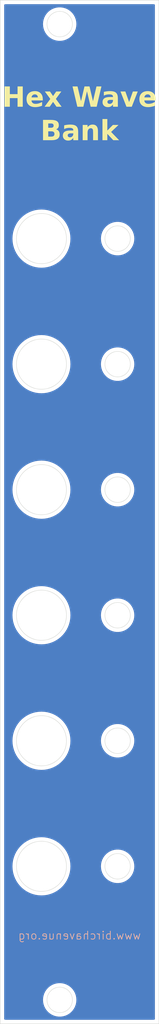
<source format=kicad_pcb>
(kicad_pcb
	(version 20240108)
	(generator "pcbnew")
	(generator_version "8.0")
	(general
		(thickness 1.6)
		(legacy_teardrops no)
	)
	(paper "A4")
	(layers
		(0 "F.Cu" signal)
		(31 "B.Cu" signal)
		(32 "B.Adhes" user "B.Adhesive")
		(33 "F.Adhes" user "F.Adhesive")
		(34 "B.Paste" user)
		(35 "F.Paste" user)
		(36 "B.SilkS" user "B.Silkscreen")
		(37 "F.SilkS" user "F.Silkscreen")
		(38 "B.Mask" user)
		(39 "F.Mask" user)
		(40 "Dwgs.User" user "User.Drawings")
		(41 "Cmts.User" user "User.Comments")
		(42 "Eco1.User" user "User.Eco1")
		(43 "Eco2.User" user "User.Eco2")
		(44 "Edge.Cuts" user)
		(45 "Margin" user)
		(46 "B.CrtYd" user "B.Courtyard")
		(47 "F.CrtYd" user "F.Courtyard")
		(48 "B.Fab" user)
		(49 "F.Fab" user)
		(50 "User.1" user)
		(51 "User.2" user)
		(52 "User.3" user)
		(53 "User.4" user)
		(54 "User.5" user)
		(55 "User.6" user)
		(56 "User.7" user)
		(57 "User.8" user)
		(58 "User.9" user)
	)
	(setup
		(pad_to_mask_clearance 0)
		(allow_soldermask_bridges_in_footprints no)
		(grid_origin 80 30)
		(pcbplotparams
			(layerselection 0x00010fc_ffffffff)
			(plot_on_all_layers_selection 0x0000000_00000000)
			(disableapertmacros no)
			(usegerberextensions yes)
			(usegerberattributes no)
			(usegerberadvancedattributes no)
			(creategerberjobfile no)
			(dashed_line_dash_ratio 12.000000)
			(dashed_line_gap_ratio 3.000000)
			(svgprecision 4)
			(plotframeref no)
			(viasonmask no)
			(mode 1)
			(useauxorigin no)
			(hpglpennumber 1)
			(hpglpenspeed 20)
			(hpglpendiameter 15.000000)
			(pdf_front_fp_property_popups yes)
			(pdf_back_fp_property_popups yes)
			(dxfpolygonmode yes)
			(dxfimperialunits yes)
			(dxfusepcbnewfont yes)
			(psnegative no)
			(psa4output no)
			(plotreference yes)
			(plotvalue no)
			(plotfptext yes)
			(plotinvisibletext no)
			(sketchpadsonfab no)
			(subtractmaskfromsilk yes)
			(outputformat 1)
			(mirror no)
			(drillshape 0)
			(scaleselection 1)
			(outputdirectory "../../plots/")
		)
	)
	(net 0 "")
	(gr_circle
		(center 85.2 138.73)
		(end 89.35 138.73)
		(stroke
			(width 0.1)
			(type solid)
		)
		(fill solid)
		(layer "F.Mask")
		(uuid "0f19ff19-3542-4517-a0b6-168f84439bb2")
	)
	(gr_circle
		(center 85.2 122.97)
		(end 89.35 122.97)
		(stroke
			(width 0.1)
			(type solid)
		)
		(fill solid)
		(layer "F.Mask")
		(uuid "70d59aa8-bdd6-4b25-a65f-bac07aaeb930")
	)
	(gr_circle
		(center 85.2 107.21)
		(end 89.35 107.21)
		(stroke
			(width 0.1)
			(type solid)
		)
		(fill solid)
		(layer "F.Mask")
		(uuid "7d8cfa01-46b4-4c68-8214-4532968bd639")
	)
	(gr_circle
		(center 85.2 91.45)
		(end 89.35 91.45)
		(stroke
			(width 0.1)
			(type solid)
		)
		(fill solid)
		(layer "F.Mask")
		(uuid "84982a22-701c-4ed1-9400-653d9c8afb8d")
	)
	(gr_circle
		(center 85.2 59.93)
		(end 89.35 59.93)
		(stroke
			(width 0.1)
			(type solid)
		)
		(fill solid)
		(layer "F.Mask")
		(uuid "a9e89c9a-4fdc-443b-af3d-f3b6624faabb")
	)
	(gr_circle
		(center 85.2 75.69)
		(end 89.35 75.69)
		(stroke
			(width 0.1)
			(type solid)
		)
		(fill solid)
		(layer "F.Mask")
		(uuid "ac9cf56e-b2d2-4837-98f2-27fb55d56e75")
	)
	(gr_circle
		(center 94.8 138.73)
		(end 94.8 140.33)
		(stroke
			(width 0.05)
			(type default)
		)
		(fill none)
		(layer "Edge.Cuts")
		(uuid "1590628b-964b-41cb-9972-d221079c9c5e")
	)
	(gr_circle
		(center 94.8 91.45)
		(end 94.8 93.05)
		(stroke
			(width 0.05)
			(type default)
		)
		(fill none)
		(layer "Edge.Cuts")
		(uuid "22808eb4-3c31-472d-9827-80fa7ceea44f")
	)
	(gr_circle
		(center 94.8 107.21)
		(end 94.8 108.81)
		(stroke
			(width 0.05)
			(type default)
		)
		(fill none)
		(layer "Edge.Cuts")
		(uuid "2dea0c25-9ad3-4536-880c-d5ccb4bf96b3")
	)
	(gr_circle
		(center 85.2 75.69)
		(end 85.2 78.84)
		(stroke
			(width 0.05)
			(type default)
		)
		(fill none)
		(layer "Edge.Cuts")
		(uuid "353986b5-53ce-44f4-a9e2-30688951eb38")
	)
	(gr_circle
		(center 87.5 33)
		(end 87.5 34.6)
		(stroke
			(width 0.05)
			(type default)
		)
		(fill none)
		(layer "Edge.Cuts")
		(uuid "3719d060-e121-4975-80bd-8f29a86279a5")
	)
	(gr_circle
		(center 85.2 122.97)
		(end 85.2 126.12)
		(stroke
			(width 0.05)
			(type default)
		)
		(fill none)
		(layer "Edge.Cuts")
		(uuid "37432280-a80b-4734-91ad-e851d603f677")
	)
	(gr_rect
		(start 80 30)
		(end 100 158.5)
		(stroke
			(width 0.05)
			(type default)
		)
		(fill none)
		(layer "Edge.Cuts")
		(uuid "3edfd0bd-172b-4bb2-b80c-52102a75d611")
	)
	(gr_circle
		(center 85.2 107.21)
		(end 85.2 110.36)
		(stroke
			(width 0.05)
			(type default)
		)
		(fill none)
		(layer "Edge.Cuts")
		(uuid "4a22ff8e-1fb5-40a2-9ba6-317aeab1539f")
	)
	(gr_circle
		(center 85.2 59.93)
		(end 85.2 63.08)
		(stroke
			(width 0.05)
			(type default)
		)
		(fill none)
		(layer "Edge.Cuts")
		(uuid "81142616-f679-41ba-a1c5-cc7c02225319")
	)
	(gr_circle
		(center 85.2 138.73)
		(end 85.2 141.88)
		(stroke
			(width 0.05)
			(type default)
		)
		(fill none)
		(layer "Edge.Cuts")
		(uuid "82d1fa6f-dae3-4c8f-8c29-1678190a2df8")
	)
	(gr_circle
		(center 85.2 91.45)
		(end 85.2 94.6)
		(stroke
			(width 0.05)
			(type default)
		)
		(fill none)
		(layer "Edge.Cuts")
		(uuid "8e339afc-e511-4042-8e67-044f80f8c71a")
	)
	(gr_circle
		(center 94.8 59.93)
		(end 94.8 61.53)
		(stroke
			(width 0.05)
			(type default)
		)
		(fill none)
		(layer "Edge.Cuts")
		(uuid "951dd469-e52f-493b-b368-4750262207de")
	)
	(gr_circle
		(center 94.8 122.97)
		(end 94.8 124.57)
		(stroke
			(width 0.05)
			(type default)
		)
		(fill none)
		(layer "Edge.Cuts")
		(uuid "cea6275e-62a9-4a7c-8af5-6755dd817d6b")
	)
	(gr_circle
		(center 87.5 155.5)
		(end 87.5 157.1)
		(stroke
			(width 0.05)
			(type default)
		)
		(fill none)
		(layer "Edge.Cuts")
		(uuid "e8040d0b-dd0c-4844-8708-67c097809325")
	)
	(gr_circle
		(center 94.8 75.69)
		(end 94.8 77.29)
		(stroke
			(width 0.05)
			(type default)
		)
		(fill none)
		(layer "Edge.Cuts")
		(uuid "fa146ca8-8713-46a2-ab89-f2dd9fcea7da")
	)
	(gr_text "www.birchavenue.org"
		(at 90 148 0)
		(layer "B.SilkS")
		(uuid "d1af0a30-83b7-451e-973b-59fcc5cb8737")
		(effects
			(font
				(size 1 1)
				(thickness 0.1)
			)
			(justify bottom mirror)
		)
	)
	(gr_text "Hex Wave\nBank"
		(at 90 48 0)
		(layer "F.SilkS")
		(uuid "66cab1c6-fb83-43e8-b900-4fdf3afd7a91")
		(effects
			(font
				(face "FreeSans")
				(size 2.5 2.5)
				(thickness 0.3)
				(bold yes)
			)
			(justify bottom)
		)
		(render_cache "Hex Wave\nBank" 0
			(polygon
				(pts
					(xy 83.413381 42.210572) (xy 82.397331 42.210572) (xy 82.397331 43.375) (xy 81.869766 43.375) (xy 81.869766 40.81106)
					(xy 82.397331 40.81106) (xy 82.397331 41.770935) (xy 83.410328 41.770935) (xy 83.410328 40.81106)
					(xy 83.940946 40.81106) (xy 83.940946 43.375) (xy 83.413381 43.375)
				)
			)
			(polygon
				(pts
					(xy 85.3577 41.452187) (xy 85.468074 41.472348) (xy 85.585463 41.511885) (xy 85.698011 41.569746)
					(xy 85.7056 41.574319) (xy 85.805728 41.646681) (xy 85.893467 41.73447) (xy 85.91626 41.762386)
					(xy 85.983647 41.867455) (xy 86.036011 41.986265) (xy 86.062195 42.065247) (xy 86.092141 42.188096)
					(xy 86.110996 42.321559) (xy 86.118482 42.450751) (xy 86.118981 42.495725) (xy 86.115318 42.579989)
					(xy 84.842202 42.579989) (xy 84.851313 42.704925) (xy 84.861131 42.768667) (xy 84.898683 42.885102)
					(xy 84.917307 42.92315) (xy 84.999967 43.016802) (xy 85.036986 43.039166) (xy 85.158526 43.074704)
					(xy 85.236043 43.079466) (xy 85.365111 43.064506) (xy 85.482394 43.011912) (xy 85.570117 42.921452)
					(xy 85.612177 42.840108) (xy 86.09761 42.840108) (xy 86.054751 42.957796) (xy 85.987164 43.078915)
					(xy 85.899733 43.185762) (xy 85.806952 43.267545) (xy 85.777652 43.288904) (xy 85.669076 43.353857)
					(xy 85.552786 43.402856) (xy 85.428783 43.435902) (xy 85.297066 43.452995) (xy 85.218336 43.4556)
					(xy 85.096205 43.449204) (xy 84.960708 43.424647) (xy 84.837275 43.38167) (xy 84.725906 43.320276)
					(xy 84.626601 43.240463) (xy 84.581473 43.193649) (xy 84.502618 43.088548) (xy 84.440079 42.969709)
					(xy 84.393854 42.837131) (xy 84.367796 42.716154) (xy 84.353067 42.585637) (xy 84.349442 42.474354)
					(xy 84.355196 42.32988) (xy 84.365016 42.253314) (xy 84.848919 42.253314) (xy 85.605461 42.253314)
					(xy 85.583907 42.12184) (xy 85.538999 42.004089) (xy 85.490667 41.933356) (xy 85.391758 41.856136)
					(xy 85.273961 41.823152) (xy 85.221999 41.820394) (xy 85.093534 41.84111) (xy 84.978845 41.915518)
					(xy 84.906604 42.025016) (xy 84.865567 42.151848) (xy 84.848919 42.253314) (xy 84.365016 42.253314)
					(xy 84.372459 42.195276) (xy 84.40123 42.070539) (xy 84.450947 41.933883) (xy 84.517236 41.811437)
					(xy 84.585136 41.720254) (xy 84.679575 41.626459) (xy 84.786121 41.55207) (xy 84.904775 41.497087)
					(xy 85.035535 41.461509) (xy 85.178403 41.445338) (xy 85.228716 41.44426)
				)
			)
			(polygon
				(pts
					(xy 87.493458 42.418178) (xy 88.126658 43.375) (xy 87.53559 43.375) (xy 87.215632 42.783932) (xy 86.89201 43.375)
					(xy 86.300942 43.375) (xy 86.934142 42.418178) (xy 86.314986 41.476011) (xy 86.906054 41.476011)
					(xy 87.215632 42.048761) (xy 87.521546 41.476011) (xy 88.112614 41.476011)
				)
			)
			(polygon
				(pts
					(xy 91.732293 43.375) (xy 91.257851 43.375) (xy 90.828594 41.37404) (xy 90.409718 43.375) (xy 89.935276 43.375)
					(xy 89.210485 40.81106) (xy 89.769801 40.81106) (xy 90.167307 42.73142) (xy 90.564812 40.81106)
					(xy 91.085049 40.81106) (xy 91.500262 42.735083) (xy 91.883723 40.81106) (xy 92.443039 40.81106)
				)
			)
			(polygon
				(pts
					(xy 93.630364 41.44939) (xy 93.755613 41.464782) (xy 93.901357 41.501266) (xy 94.022811 41.555991)
					(xy 94.140469 41.650051) (xy 94.220173 41.772614) (xy 94.256609 41.891186) (xy 94.268755 42.028)
					(xy 94.268755 43.083129) (xy 94.296842 43.206167) (xy 94.374194 43.308759) (xy 94.381106 43.31516)
					(xy 94.381106 43.375) (xy 93.846825 43.375) (xy 93.797287 43.261536) (xy 93.790649 43.185101) (xy 93.690922 43.277028)
					(xy 93.587288 43.349936) (xy 93.461444 43.410957) (xy 93.330282 43.44609) (xy 93.213625 43.4556)
					(xy 93.089901 43.44583) (xy 92.965856 43.411483) (xy 92.857847 43.352407) (xy 92.794749 43.299284)
					(xy 92.718301 43.203387) (xy 92.666872 43.091551) (xy 92.640463 42.963776) (xy 92.636602 42.885903)
					(xy 92.641817 42.829727) (xy 93.129362 42.829727) (xy 93.160392 42.94944) (xy 93.201413 42.997034)
					(xy 93.311513 43.050032) (xy 93.396808 43.058705) (xy 93.524634 43.04239) (xy 93.636369 42.987895)
					(xy 93.685014 42.94269) (xy 93.751037 42.831807) (xy 93.780612 42.712796) (xy 93.786986 42.611741)
					(xy 93.786986 42.478018) (xy 93.667273 42.518114) (xy 93.579379 42.537857) (xy 93.410852 42.569609)
					(xy 93.292675 42.602768) (xy 93.192254 42.6612) (xy 93.134337 42.772454) (xy 93.129362 42.829727)
					(xy 92.641817 42.829727) (xy 92.650257 42.738806) (xy 92.691222 42.611595) (xy 92.759498 42.504271)
					(xy 92.855085 42.416833) (xy 92.977981 42.349282) (xy 93.095962 42.309559) (xy 93.195918 42.288119)
					(xy 93.393144 42.253314) (xy 93.463364 42.244766) (xy 93.543964 42.230111) (xy 93.612352 42.214235)
					(xy 93.684404 42.189811) (xy 93.735695 42.153175) (xy 93.775995 42.100052) (xy 93.786986 42.031664)
					(xy 93.746886 41.915944) (xy 93.639675 41.856786) (xy 93.501832 41.841765) (xy 93.37143 41.851036)
					(xy 93.255037 41.891138) (xy 93.245377 41.897941) (xy 93.174966 42.003938) (xy 93.153786 42.101884)
					(xy 92.679344 42.101884) (xy 92.701918 41.947753) (xy 92.747045 41.814173) (xy 92.814727 41.701144)
					(xy 92.904964 41.608666) (xy 93.017754 41.536738) (xy 93.153099 41.485361) (xy 93.310998 41.454535)
					(xy 93.444224 41.444902) (xy 93.491452 41.44426)
				)
			)
			(polygon
				(pts
					(xy 95.693912 43.375) (xy 95.176727 43.375) (xy 94.512387 41.476011) (xy 95.032624 41.476011) (xy 95.444173 42.865143)
					(xy 95.827634 41.476011) (xy 96.347872 41.476011)
				)
			)
			(polygon
				(pts
					(xy 97.520994 41.452187) (xy 97.631368 41.472348) (xy 97.748757 41.511885) (xy 97.861305 41.569746)
					(xy 97.868894 41.574319) (xy 97.969022 41.646681) (xy 98.056761 41.73447) (xy 98.079554 41.762386)
					(xy 98.14694 41.867455) (xy 98.199305 41.986265) (xy 98.225489 42.065247) (xy 98.255435 42.188096)
					(xy 98.27429 42.321559) (xy 98.281776 42.450751) (xy 98.282275 42.495725) (xy 98.278611 42.579989)
					(xy 97.005496 42.579989) (xy 97.014607 42.704925) (xy 97.024424 42.768667) (xy 97.061977 42.885102)
					(xy 97.0806 42.92315) (xy 97.163261 43.016802) (xy 97.200279 43.039166) (xy 97.32182 43.074704)
					(xy 97.399337 43.079466) (xy 97.528404 43.064506) (xy 97.645687 43.011912) (xy 97.733411 42.921452)
					(xy 97.775471 42.840108) (xy 98.260904 42.840108) (xy 98.218044 42.957796) (xy 98.150458 43.078915)
					(xy 98.063027 43.185762) (xy 97.970245 43.267545) (xy 97.940946 43.288904) (xy 97.83237 43.353857)
					(xy 97.71608 43.402856) (xy 97.592077 43.435902) (xy 97.46036 43.452995) (xy 97.38163 43.4556)
					(xy 97.259499 43.449204) (xy 97.124002 43.424647) (xy 97.000568 43.38167) (xy 96.889199 43.320276)
					(xy 96.789895 43.240463) (xy 96.744766 43.193649) (xy 96.665912 43.088548) (xy 96.603373 42.969709)
					(xy 96.557148 42.837131) (xy 96.53109 42.716154) (xy 96.516361 42.585637) (xy 96.512736 42.474354)
					(xy 96.51849 42.32988) (xy 96.52831 42.253314) (xy 97.012212 42.253314) (xy 97.768755 42.253314)
					(xy 97.747201 42.12184) (xy 97.702293 42.004089) (xy 97.65396 41.933356) (xy 97.555052 41.856136)
					(xy 97.437254 41.823152) (xy 97.385293 41.820394) (xy 97.256828 41.84111) (xy 97.142139 41.915518)
					(xy 97.069898 42.025016) (xy 97.028861 42.151848) (xy 97.012212 42.253314) (xy 96.52831 42.253314)
					(xy 96.535753 42.195276) (xy 96.564524 42.070539) (xy 96.614241 41.933883) (xy 96.68053 41.811437)
					(xy 96.74843 41.720254) (xy 96.842869 41.626459) (xy 96.949415 41.55207) (xy 97.068069 41.497087)
					(xy 97.198829 41.461509) (xy 97.341697 41.445338) (xy 97.39201 41.44426)
				)
			)
			(polygon
				(pts
					(xy 87.273367 45.016615) (xy 87.404886 45.035815) (xy 87.523763 45.068731) (xy 87.556961 45.08128)
					(xy 87.675486 45.139698) (xy 87.775787 45.215968) (xy 87.817691 45.26263) (xy 87.88794 45.365169)
					(xy 87.942254 45.478785) (xy 87.974884 45.602935) (xy 87.981333 45.686392) (xy 87.96793 45.813584)
					(xy 87.923518 45.934332) (xy 87.900123 45.973377) (xy 87.816596 46.071407) (xy 87.717742 46.15404)
					(xy 87.629624 46.213956) (xy 87.752231 46.294996) (xy 87.854057 46.382028) (xy 87.935103 46.475053)
					(xy 88.004927 46.594594) (xy 88.044826 46.722764) (xy 88.055217 46.836165) (xy 88.044531 46.961339)
					(xy 88.012474 47.08285) (xy 87.961706 47.19394) (xy 87.893985 47.296656) (xy 87.876919 47.318545)
					(xy 87.786091 47.405249) (xy 87.674879 47.471867) (xy 87.597872 47.50478) (xy 87.474558 47.54181)
					(xy 87.351747 47.56341) (xy 87.217731 47.573902) (xy 87.154571 47.575) (xy 86.001134 47.575) (xy 86.001134 47.135362)
					(xy 86.528699 47.135362) (xy 87.158235 47.135362) (xy 87.290834 47.123749) (xy 87.41086 47.080844)
					(xy 87.502308 46.993097) (xy 87.544984 46.864059) (xy 87.548413 46.805024) (xy 87.529742 46.674643)
					(xy 87.46268 46.564848) (xy 87.346846 46.49688) (xy 87.205483 46.471718) (xy 87.158235 46.470411)
					(xy 86.528699 46.470411) (xy 86.528699 47.135362) (xy 86.001134 47.135362) (xy 86.001134 46.030774)
					(xy 86.528699 46.030774) (xy 87.102059 46.030774) (xy 87.228641 46.020642) (xy 87.356677 45.97561)
					(xy 87.445066 45.881886) (xy 87.474166 45.760299) (xy 87.474529 45.742568) (xy 87.45125 45.614874)
					(xy 87.369408 45.514829) (xy 87.247192 45.464664) (xy 87.124975 45.450982) (xy 87.102059 45.450697)
					(xy 86.528699 45.450697) (xy 86.528699 46.030774) (xy 86.001134 46.030774) (xy 86.001134 45.01106)
					(xy 87.144191 45.01106)
				)
			)
			(polygon
				(pts
					(xy 89.315815 45.64939) (xy 89.441064 45.664782) (xy 89.586808 45.701266) (xy 89.708261 45.755991)
					(xy 89.82592 45.850051) (xy 89.905623 45.972614) (xy 89.94206 46.091186) (xy 89.954205 46.228)
					(xy 89.954205 47.283129) (xy 89.982293 47.406167) (xy 90.059644 47.508759) (xy 90.066557 47.51516)
					(xy 90.066557 47.575) (xy 89.532275 47.575) (xy 89.482737 47.461536) (xy 89.476099 47.385101) (xy 89.376373 47.477028)
					(xy 89.272739 47.549936) (xy 89.146895 47.610957) (xy 89.015733 47.64609) (xy 88.899076 47.6556)
					(xy 88.775351 47.64583) (xy 88.651306 47.611483) (xy 88.543297 47.552407) (xy 88.480199 47.499284)
					(xy 88.403751 47.403387) (xy 88.352322 47.291551) (xy 88.325913 47.163776) (xy 88.322052 47.085903)
					(xy 88.327267 47.029727) (xy 88.814812 47.029727) (xy 88.845842 47.14944) (xy 88.886864 47.197034)
					(xy 88.996964 47.250032) (xy 89.082258 47.258705) (xy 89.210085 47.24239) (xy 89.32182 47.187895)
					(xy 89.370464 47.14269) (xy 89.436487 47.031807) (xy 89.466063 46.912796) (xy 89.472436 46.811741)
					(xy 89.472436 46.678018) (xy 89.352723 46.718114) (xy 89.264829 46.737857) (xy 89.096302 46.769609)
					(xy 88.978126 46.802768) (xy 88.877705 46.8612) (xy 88.819787 46.972454) (xy 88.814812 47.029727)
					(xy 88.327267 47.029727) (xy 88.335707 46.938806) (xy 88.376673 46.811595) (xy 88.444949 46.704271)
					(xy 88.540535 46.616833) (xy 88.663432 46.549282) (xy 88.781412 46.509559) (xy 88.881368 46.488119)
					(xy 89.078594 46.453314) (xy 89.148814 46.444766) (xy 89.229414 46.430111) (xy 89.297802 46.414235)
					(xy 89.369854 46.389811) (xy 89.421145 46.353175) (xy 89.461445 46.300052) (xy 89.472436 46.231664)
					(xy 89.432336 46.115944) (xy 89.325125 46.056786) (xy 89.187282 46.041765) (xy 89.056881 46.051036)
					(xy 88.940487 46.091138) (xy 88.930827 46.097941) (xy 88.860417 46.203938) (xy 88.839236 46.301884)
					(xy 88.364795 46.301884) (xy 88.387368 46.147753) (xy 88.432496 46.014173) (xy 88.500178 45.901144)
					(xy 88.590414 45.808666) (xy 88.703204 45.736738) (xy 88.838549 45.685361) (xy 88.996449 45.654535)
					(xy 89.129674 45.644902) (xy 89.176902 45.64426)
				)
			)
			(polygon
				(pts
					(xy 90.390789 45.676011) (xy 90.883549 45.676011) (xy 90.883549 45.950174) (xy 90.965716 45.846211)
					(xy 91.059261 45.763758) (xy 91.182776 45.694748) (xy 91.300971 45.658898) (xy 91.430544 45.644559)
					(xy 91.453245 45.64426) (xy 91.578993 45.652499) (xy 91.70682 45.682095) (xy 91.830372 45.741117)
					(xy 91.922192 45.816451) (xy 92.003067 45.924466) (xy 92.052736 46.039212) (xy 92.081492 46.17159)
					(xy 92.089498 46.301884) (xy 92.089498 47.575) (xy 91.597349 47.575) (xy 91.597349 46.403855) (xy 91.582213 46.270857)
					(xy 91.52785 46.158858) (xy 91.419433 46.083859) (xy 91.281054 46.062526) (xy 91.15629 46.076865)
					(xy 91.043415 46.124764) (xy 90.992237 46.164497) (xy 90.917938 46.266578) (xy 90.885247 46.394372)
					(xy 90.883549 46.435607) (xy 90.883549 47.575) (xy 90.390789 47.575)
				)
			)
			(polygon
				(pts
					(xy 93.028001 46.414235) (xy 93.65021 45.676011) (xy 94.209526 45.676011) (xy 93.562282 46.393475)
					(xy 94.255321 47.575) (xy 93.678298 47.575) (xy 93.224617 46.737857) (xy 93.028001 46.95218) (xy 93.028001 47.575)
					(xy 92.535241 47.575) (xy 92.535241 45.01106) (xy 93.028001 45.01106)
				)
			)
		)
	)
	(zone
		(net 0)
		(net_name "")
		(layers "F&B.Cu")
		(uuid "82ded142-41ab-493e-a732-f9c68a6d3b76")
		(hatch edge 0.5)
		(connect_pads
			(clearance 0.5)
		)
		(min_thickness 0.25)
		(filled_areas_thickness no)
		(fill yes
			(thermal_gap 0.5)
			(thermal_bridge_width 0.5)
			(island_removal_mode 1)
			(island_area_min 10)
		)
		(polygon
			(pts
				(xy 80 30) (xy 100 30) (xy 100 158.5) (xy 80 158.5)
			)
		)
		(filled_polygon
			(layer "F.Cu")
			(island)
			(pts
				(xy 99.442539 30.520185) (xy 99.488294 30.572989) (xy 99.4995 30.6245) (xy 99.4995 157.8755) (xy 99.479815 157.942539)
				(xy 99.427011 157.988294) (xy 99.3755 157.9995) (xy 80.6245 157.9995) (xy 80.557461 157.979815)
				(xy 80.511706 157.927011) (xy 80.5005 157.8755) (xy 80.5005 155.5) (xy 85.394592 155.5) (xy 85.414201 155.78668)
				(xy 85.472666 156.068034) (xy 85.472667 156.068037) (xy 85.568894 156.338793) (xy 85.568893 156.338793)
				(xy 85.701098 156.593935) (xy 85.866812 156.8287) (xy 85.951923 156.919831) (xy 86.062947 157.038708)
				(xy 86.285853 157.220055) (xy 86.531382 157.369365) (xy 86.718237 157.450526) (xy 86.794942 157.483844)
				(xy 87.071642 157.561371) (xy 87.32192 157.595771) (xy 87.356321 157.6005) (xy 87.356322 157.6005)
				(xy 87.643679 157.6005) (xy 87.67437 157.596281) (xy 87.928358 157.561371) (xy 88.205058 157.483844)
				(xy 88.318015 157.434779) (xy 88.468617 157.369365) (xy 88.46862 157.369363) (xy 88.468625 157.369361)
				(xy 88.714147 157.220055) (xy 88.937053 157.038708) (xy 89.133189 156.828698) (xy 89.298901 156.593936)
				(xy 89.431104 156.338797) (xy 89.527334 156.068032) (xy 89.585798 155.786686) (xy 89.605408 155.5)
				(xy 89.585798 155.213314) (xy 89.527334 154.931968) (xy 89.431105 154.661206) (xy 89.431106 154.661206)
				(xy 89.298901 154.406064) (xy 89.133187 154.171299) (xy 89.054554 154.087105) (xy 88.937053 153.961292)
				(xy 88.714147 153.779945) (xy 88.714146 153.779944) (xy 88.468617 153.630634) (xy 88.205063 153.516158)
				(xy 88.205061 153.516157) (xy 88.205058 153.516156) (xy 88.075578 153.479877) (xy 87.928364 153.43863)
				(xy 87.928359 153.438629) (xy 87.928358 153.438629) (xy 87.786018 153.419064) (xy 87.643679 153.3995)
				(xy 87.643678 153.3995) (xy 87.356322 153.3995) (xy 87.356321 153.3995) (xy 87.071642 153.438629)
				(xy 87.071635 153.43863) (xy 86.863861 153.496845) (xy 86.794942 153.516156) (xy 86.794939 153.516156)
				(xy 86.794936 153.516158) (xy 86.794935 153.516158) (xy 86.531382 153.630634) (xy 86.285853 153.779944)
				(xy 86.06295 153.961289) (xy 85.866812 154.171299) (xy 85.701098 154.406064) (xy 85.568894 154.661206)
				(xy 85.472667 154.931962) (xy 85.472666 154.931965) (xy 85.414201 155.213319) (xy 85.394592 155.5)
				(xy 80.5005 155.5) (xy 80.5005 138.729999) (xy 81.54449 138.729999) (xy 81.54449 138.73) (xy 81.564515 139.112106)
				(xy 81.624371 139.490017) (xy 81.624372 139.490024) (xy 81.723404 139.859619) (xy 81.860526 140.216833)
				(xy 82.034237 140.557759) (xy 82.242624 140.878647) (xy 82.242628 140.878652) (xy 82.24263 140.878655)
				(xy 82.483427 141.176014) (xy 82.753986 141.446573) (xy 83.051345 141.68737) (xy 83.051349 141.687372)
				(xy 83.051352 141.687375) (xy 83.37224 141.895762) (xy 83.372245 141.895765) (xy 83.71317 142.069475)
				(xy 84.070385 142.206597) (xy 84.439977 142.305628) (xy 84.817895 142.365485) (xy 85.178866 142.384402)
				(xy 85.199999 142.38551) (xy 85.2 142.38551) (xy 85.200001 142.38551) (xy 85.220026 142.38446) (xy 85.582105 142.365485)
				(xy 85.960023 142.305628) (xy 86.329615 142.206597) (xy 86.68683 142.069475) (xy 87.027755 141.895765)
				(xy 87.348655 141.68737) (xy 87.646014 141.446573) (xy 87.916573 141.176014) (xy 88.15737 140.878655)
				(xy 88.365765 140.557755) (xy 88.539475 140.21683) (xy 88.676597 139.859615) (xy 88.775628 139.490023)
				(xy 88.835485 139.112105) (xy 88.85551 138.73) (xy 92.694592 138.73) (xy 92.714201 139.01668) (xy 92.772666 139.298034)
				(xy 92.772667 139.298037) (xy 92.868894 139.568793) (xy 92.868893 139.568793) (xy 93.001098 139.823935)
				(xy 93.166812 140.0587) (xy 93.251923 140.149831) (xy 93.362947 140.268708) (xy 93.585853 140.450055)
				(xy 93.762957 140.557755) (xy 93.831382 140.599365) (xy 94.018237 140.680526) (xy 94.094942 140.713844)
				(xy 94.371642 140.791371) (xy 94.62192 140.825771) (xy 94.656321 140.8305) (xy 94.656322 140.8305)
				(xy 94.943679 140.8305) (xy 94.97437 140.826281) (xy 95.228358 140.791371) (xy 95.505058 140.713844)
				(xy 95.618015 140.664779) (xy 95.768617 140.599365) (xy 95.76862 140.599363) (xy 95.768625 140.599361)
				(xy 96.014147 140.450055) (xy 96.237053 140.268708) (xy 96.433189 140.058698) (xy 96.598901 139.823936)
				(xy 96.731104 139.568797) (xy 96.827334 139.298032) (xy 96.885798 139.016686) (xy 96.905408 138.73)
				(xy 96.885798 138.443314) (xy 96.827334 138.161968) (xy 96.731105 137.891206) (xy 96.731106 137.891206)
				(xy 96.598901 137.636064) (xy 96.433187 137.401299) (xy 96.354554 137.317105) (xy 96.237053 137.191292)
				(xy 96.014147 137.009945) (xy 96.014146 137.009944) (xy 95.768617 136.860634) (xy 95.505063 136.746158)
				(xy 95.505061 136.746157) (xy 95.505058 136.746156) (xy 95.375578 136.709877) (xy 95.228364 136.66863)
				(xy 95.228359 136.668629) (xy 95.228358 136.668629) (xy 95.086018 136.649064) (xy 94.943679 136.6295)
				(xy 94.943678 136.6295) (xy 94.656322 136.6295) (xy 94.656321 136.6295) (xy 94.371642 136.668629)
				(xy 94.371635 136.66863) (xy 94.163861 136.726845) (xy 94.094942 136.746156) (xy 94.094939 136.746156)
				(xy 94.094936 136.746158) (xy 94.094935 136.746158) (xy 93.831382 136.860634) (xy 93.585853 137.009944)
				(xy 93.36295 137.191289) (xy 93.166812 137.401299) (xy 93.001098 137.636064) (xy 92.868894 137.891206)
				(xy 92.772667 138.161962) (xy 92.772666 138.161965) (xy 92.714201 138.443319) (xy 92.694592 138.73)
				(xy 88.85551 138.73) (xy 88.835485 138.347895) (xy 88.775628 137.969977) (xy 88.676597 137.600385)
				(xy 88.539475 137.24317) (xy 88.365765 136.902245) (xy 88.338746 136.860639) (xy 88.157375 136.581352)
				(xy 88.157372 136.581349) (xy 88.15737 136.581345) (xy 87.916573 136.283986) (xy 87.646014 136.013427)
				(xy 87.348655 135.77263) (xy 87.348652 135.772628) (xy 87.348647 135.772624) (xy 87.027759 135.564237)
				(xy 86.686833 135.390526) (xy 86.329619 135.253404) (xy 85.960024 135.154372) (xy 85.960017 135.154371)
				(xy 85.582106 135.094515) (xy 85.200001 135.07449) (xy 85.199999 135.07449) (xy 84.817893 135.094515)
				(xy 84.439982 135.154371) (xy 84.439975 135.154372) (xy 84.07038 135.253404) (xy 83.713166 135.390526)
				(xy 83.37224 135.564237) (xy 83.051352 135.772624) (xy 82.75399 136.013423) (xy 82.753982 136.01343)
				(xy 82.48343 136.283982) (xy 82.483423 136.28399) (xy 82.242624 136.581352) (xy 82.034237 136.90224)
				(xy 81.860526 137.243166) (xy 81.723404 137.60038) (xy 81.624372 137.969975) (xy 81.624371 137.969982)
				(xy 81.564515 138.347893) (xy 81.54449 138.729999) (xy 80.5005 138.729999) (xy 80.5005 122.969999)
				(xy 81.54449 122.969999) (xy 81.54449 122.97) (xy 81.564515 123.352106) (xy 81.624371 123.730017)
				(xy 81.624372 123.730024) (xy 81.723404 124.099619) (xy 81.860526 124.456833) (xy 82.034237 124.797759)
				(xy 82.242624 125.118647) (xy 82.242628 125.118652) (xy 82.24263 125.118655) (xy 82.483427 125.416014)
				(xy 82.753986 125.686573) (xy 83.051345 125.92737) (xy 83.051349 125.927372) (xy 83.051352 125.927375)
				(xy 83.37224 126.135762) (xy 83.372245 126.135765) (xy 83.71317 126.309475) (xy 84.070385 126.446597)
				(xy 84.439977 126.545628) (xy 84.817895 126.605485) (xy 85.178866 126.624402) (xy 85.199999 126.62551)
				(xy 85.2 126.62551) (xy 85.200001 126.62551) (xy 85.220026 126.62446) (xy 85.582105 126.605485)
				(xy 85.960023 126.545628) (xy 86.329615 126.446597) (xy 86.68683 126.309475) (xy 87.027755 126.135765)
				(xy 87.348655 125.92737) (xy 87.646014 125.686573) (xy 87.916573 125.416014) (xy 88.15737 125.118655)
				(xy 88.365765 124.797755) (xy 88.539475 124.45683) (xy 88.676597 124.099615) (xy 88.775628 123.730023)
				(xy 88.835485 123.352105) (xy 88.85551 122.97) (xy 92.694592 122.97) (xy 92.714201 123.25668) (xy 92.772666 123.538034)
				(xy 92.772667 123.538037) (xy 92.868894 123.808793) (xy 92.868893 123.808793) (xy 93.001098 124.063935)
				(xy 93.166812 124.2987) (xy 93.251923 124.389831) (xy 93.362947 124.508708) (xy 93.585853 124.690055)
				(xy 93.762957 124.797755) (xy 93.831382 124.839365) (xy 94.018237 124.920526) (xy 94.094942 124.953844)
				(xy 94.371642 125.031371) (xy 94.62192 125.065771) (xy 94.656321 125.0705) (xy 94.656322 125.0705)
				(xy 94.943679 125.0705) (xy 94.97437 125.066281) (xy 95.228358 125.031371) (xy 95.505058 124.953844)
				(xy 95.618015 124.904779) (xy 95.768617 124.839365) (xy 95.76862 124.839363) (xy 95.768625 124.839361)
				(xy 96.014147 124.690055) (xy 96.237053 124.508708) (xy 96.433189 124.298698) (xy 96.598901 124.063936)
				(xy 96.731104 123.808797) (xy 96.827334 123.538032) (xy 96.885798 123.256686) (xy 96.905408 122.97)
				(xy 96.885798 122.683314) (xy 96.827334 122.401968) (xy 96.731105 122.131206) (xy 96.731106 122.131206)
				(xy 96.598901 121.876064) (xy 96.433187 121.641299) (xy 96.354554 121.557105) (xy 96.237053 121.431292)
				(xy 96.014147 121.249945) (xy 96.014146 121.249944) (xy 95.768617 121.100634) (xy 95.505063 120.986158)
				(xy 95.505061 120.986157) (xy 95.505058 120.986156) (xy 95.375578 120.949877) (xy 95.228364 120.90863)
				(xy 95.228359 120.908629) (xy 95.228358 120.908629) (xy 95.086018 120.889064) (xy 94.943679 120.8695)
				(xy 94.943678 120.8695) (xy 94.656322 120.8695) (xy 94.656321 120.8695) (xy 94.371642 120.908629)
				(xy 94.371635 120.90863) (xy 94.163861 120.966845) (xy 94.094942 120.986156) (xy 94.094939 120.986156)
				(xy 94.094936 120.986158) (xy 94.094935 120.986158) (xy 93.831382 121.100634) (xy 93.585853 121.249944)
				(xy 93.36295 121.431289) (xy 93.166812 121.641299) (xy 93.001098 121.876064) (xy 92.868894 122.131206)
				(xy 92.772667 122.401962) (xy 92.772666 122.401965) (xy 92.714201 122.683319) (xy 92.694592 122.97)
				(xy 88.85551 122.97) (xy 88.835485 122.587895) (xy 88.775628 122.209977) (xy 88.676597 121.840385)
				(xy 88.539475 121.48317) (xy 88.365765 121.142245) (xy 88.338746 121.100639) (xy 88.157375 120.821352)
				(xy 88.157372 120.821349) (xy 88.15737 120.821345) (xy 87.916573 120.523986) (xy 87.646014 120.253427)
				(xy 87.348655 120.01263) (xy 87.348652 120.012628) (xy 87.348647 120.012624) (xy 87.027759 119.804237)
				(xy 86.686833 119.630526) (xy 86.329619 119.493404) (xy 85.960024 119.394372) (xy 85.960017 119.394371)
				(xy 85.582106 119.334515) (xy 85.200001 119.31449) (xy 85.199999 119.31449) (xy 84.817893 119.334515)
				(xy 84.439982 119.394371) (xy 84.439975 119.394372) (xy 84.07038 119.493404) (xy 83.713166 119.630526)
				(xy 83.37224 119.804237) (xy 83.051352 120.012624) (xy 82.75399 120.253423) (xy 82.753982 120.25343)
				(xy 82.48343 120.523982) (xy 82.483423 120.52399) (xy 82.242624 120.821352) (xy 82.034237 121.14224)
				(xy 81.860526 121.483166) (xy 81.723404 121.84038) (xy 81.624372 122.209975) (xy 81.624371 122.209982)
				(xy 81.564515 122.587893) (xy 81.54449 122.969999) (xy 80.5005 122.969999) (xy 80.5005 107.209999)
				(xy 81.54449 107.209999) (xy 81.54449 107.21) (xy 81.564515 107.592106) (xy 81.624371 107.970017)
				(xy 81.624372 107.970024) (xy 81.723404 108.339619) (xy 81.860526 108.696833) (xy 82.034237 109.037759)
				(xy 82.242624 109.358647) (xy 82.242628 109.358652) (xy 82.24263 109.358655) (xy 82.483427 109.656014)
				(xy 82.753986 109.926573) (xy 83.051345 110.16737) (xy 83.051349 110.167372) (xy 83.051352 110.167375)
				(xy 83.37224 110.375762) (xy 83.372245 110.375765) (xy 83.71317 110.549475) (xy 84.070385 110.686597)
				(xy 84.439977 110.785628) (xy 84.817895 110.845485) (xy 85.178866 110.864402) (xy 85.199999 110.86551)
				(xy 85.2 110.86551) (xy 85.200001 110.86551) (xy 85.220026 110.86446) (xy 85.582105 110.845485)
				(xy 85.960023 110.785628) (xy 86.329615 110.686597) (xy 86.68683 110.549475) (xy 87.027755 110.375765)
				(xy 87.348655 110.16737) (xy 87.646014 109.926573) (xy 87.916573 109.656014) (xy 88.15737 109.358655)
				(xy 88.365765 109.037755) (xy 88.539475 108.69683) (xy 88.676597 108.339615) (xy 88.775628 107.970023)
				(xy 88.835485 107.592105) (xy 88.85551 107.21) (xy 92.694592 107.21) (xy 92.714201 107.49668) (xy 92.772666 107.778034)
				(xy 92.772667 107.778037) (xy 92.868894 108.048793) (xy 92.868893 108.048793) (xy 93.001098 108.303935)
				(xy 93.166812 108.5387) (xy 93.251923 108.629831) (xy 93.362947 108.748708) (xy 93.585853 108.930055)
				(xy 93.762957 109.037755) (xy 93.831382 109.079365) (xy 94.018237 109.160526) (xy 94.094942 109.193844)
				(xy 94.371642 109.271371) (xy 94.62192 109.305771) (xy 94.656321 109.3105) (xy 94.656322 109.3105)
				(xy 94.943679 109.3105) (xy 94.97437 109.306281) (xy 95.228358 109.271371) (xy 95.505058 109.193844)
				(xy 95.618015 109.144779) (xy 95.768617 109.079365) (xy 95.76862 109.079363) (xy 95.768625 109.079361)
				(xy 96.014147 108.930055) (xy 96.237053 108.748708) (xy 96.433189 108.538698) (xy 96.598901 108.303936)
				(xy 96.731104 108.048797) (xy 96.827334 107.778032) (xy 96.885798 107.496686) (xy 96.905408 107.21)
				(xy 96.885798 106.923314) (xy 96.827334 106.641968) (xy 96.731105 106.371206) (xy 96.731106 106.371206)
				(xy 96.598901 106.116064) (xy 96.433187 105.881299) (xy 96.354554 105.797105) (xy 96.237053 105.671292)
				(xy 96.014147 105.489945) (xy 96.014146 105.489944) (xy 95.768617 105.340634) (xy 95.505063 105.226158)
				(xy 95.505061 105.226157) (xy 95.505058 105.226156) (xy 95.375578 105.189877) (xy 95.228364 105.14863)
				(xy 95.228359 105.148629) (xy 95.228358 105.148629) (xy 95.086018 105.129064) (xy 94.943679 105.1095)
				(xy 94.943678 105.1095) (xy 94.656322 105.1095) (xy 94.656321 105.1095) (xy 94.371642 105.148629)
				(xy 94.371635 105.14863) (xy 94.163861 105.206845) (xy 94.094942 105.226156) (xy 94.094939 105.226156)
				(xy 94.094936 105.226158) (xy 94.094935 105.226158) (xy 93.831382 105.340634) (xy 93.585853 105.489944)
				(xy 93.36295 105.671289) (xy 93.166812 105.881299) (xy 93.001098 106.116064) (xy 92.868894 106.371206)
				(xy 92.772667 106.641962) (xy 92.772666 106.641965) (xy 92.714201 106.923319) (xy 92.694592 107.21)
				(xy 88.85551 107.21) (xy 88.835485 106.827895) (xy 88.775628 106.449977) (xy 88.676597 106.080385)
				(xy 88.539475 105.72317) (xy 88.365765 105.382245) (xy 88.338746 105.340639) (xy 88.157375 105.061352)
				(xy 88.157372 105.061349) (xy 88.15737 105.061345) (xy 87.916573 104.763986) (xy 87.646014 104.493427)
				(xy 87.348655 104.25263) (xy 87.348652 104.252628) (xy 87.348647 104.252624) (xy 87.027759 104.044237)
				(xy 86.686833 103.870526) (xy 86.329619 103.733404) (xy 85.960024 103.634372) (xy 85.960017 103.634371)
				(xy 85.582106 103.574515) (xy 85.200001 103.55449) (xy 85.199999 103.55449) (xy 84.817893 103.574515)
				(xy 84.439982 103.634371) (xy 84.439975 103.634372) (xy 84.07038 103.733404) (xy 83.713166 103.870526)
				(xy 83.37224 104.044237) (xy 83.051352 104.252624) (xy 82.75399 104.493423) (xy 82.753982 104.49343)
				(xy 82.48343 104.763982) (xy 82.483423 104.76399) (xy 82.242624 105.061352) (xy 82.034237 105.38224)
				(xy 81.860526 105.723166) (xy 81.723404 106.08038) (xy 81.624372 106.449975) (xy 81.624371 106.449982)
				(xy 81.564515 106.827893) (xy 81.54449 107.209999) (xy 80.5005 107.209999) (xy 80.5005 91.449999)
				(xy 81.54449 91.449999) (xy 81.54449 91.45) (xy 81.564515 91.832106) (xy 81.624371 92.210017) (xy 81.624372 92.210024)
				(xy 81.723404 92.579619) (xy 81.860526 92.936833) (xy 82.034237 93.277759) (xy 82.242624 93.598647)
				(xy 82.242628 93.598652) (xy 82.24263 93.598655) (xy 82.483427 93.896014) (xy 82.753986 94.166573)
				(xy 83.051345 94.40737) (xy 83.051349 94.407372) (xy 83.051352 94.407375) (xy 83.37224 94.615762)
				(xy 83.372245 94.615765) (xy 83.71317 94.789475) (xy 84.070385 94.926597) (xy 84.439977 95.025628)
				(xy 84.817895 95.085485) (xy 85.178866 95.104402) (xy 85.199999 95.10551) (xy 85.2 95.10551) (xy 85.200001 95.10551)
				(xy 85.220026 95.10446) (xy 85.582105 95.085485) (xy 85.960023 95.025628) (xy 86.329615 94.926597)
				(xy 86.68683 94.789475) (xy 87.027755 94.615765) (xy 87.348655 94.40737) (xy 87.646014 94.166573)
				(xy 87.916573 93.896014) (xy 88.15737 93.598655) (xy 88.365765 93.277755) (xy 88.539475 92.93683)
				(xy 88.676597 92.579615) (xy 88.775628 92.210023) (xy 88.835485 91.832105) (xy 88.85551 91.45) (xy 92.694592 91.45)
				(xy 92.714201 91.73668) (xy 92.772666 92.018034) (xy 92.772667 92.018037) (xy 92.868894 92.288793)
				(xy 92.868893 92.288793) (xy 93.001098 92.543935) (xy 93.166812 92.7787) (xy 93.251923 92.869831)
				(xy 93.362947 92.988708) (xy 93.585853 93.170055) (xy 93.762957 93.277755) (xy 93.831382 93.319365)
				(xy 94.018237 93.400526) (xy 94.094942 93.433844) (xy 94.371642 93.511371) (xy 94.62192 93.545771)
				(xy 94.656321 93.5505) (xy 94.656322 93.5505) (xy 94.943679 93.5505) (xy 94.97437 93.546281) (xy 95.228358 93.511371)
				(xy 95.505058 93.433844) (xy 95.618015 93.384779) (xy 95.768617 93.319365) (xy 95.76862 93.319363)
				(xy 95.768625 93.319361) (xy 96.014147 93.170055) (xy 96.237053 92.988708) (xy 96.433189 92.778698)
				(xy 96.598901 92.543936) (xy 96.731104 92.288797) (xy 96.827334 92.018032) (xy 96.885798 91.736686)
				(xy 96.905408 91.45) (xy 96.885798 91.163314) (xy 96.827334 90.881968) (xy 96.731105 90.611206)
				(xy 96.731106 90.611206) (xy 96.598901 90.356064) (xy 96.433187 90.121299) (xy 96.354554 90.037105)
				(xy 96.237053 89.911292) (xy 96.014147 89.729945) (xy 96.014146 89.729944) (xy 95.768617 89.580634)
				(xy 95.505063 89.466158) (xy 95.505061 89.466157) (xy 95.505058 89.466156) (xy 95.375578 89.429877)
				(xy 95.228364 89.38863) (xy 95.228359 89.388629) (xy 95.228358 89.388629) (xy 95.086018 89.369064)
				(xy 94.943679 89.3495) (xy 94.943678 89.3495) (xy 94.656322 89.3495) (xy 94.656321 89.3495) (xy 94.371642 89.388629)
				(xy 94.371635 89.38863) (xy 94.163861 89.446845) (xy 94.094942 89.466156) (xy 94.094939 89.466156)
				(xy 94.094936 89.466158) (xy 94.094935 89.466158) (xy 93.831382 89.580634) (xy 93.585853 89.729944)
				(xy 93.36295 89.911289) (xy 93.166812 90.121299) (xy 93.001098 90.356064) (xy 92.868894 90.611206)
				(xy 92.772667 90.881962) (xy 92.772666 90.881965) (xy 92.714201 91.163319) (xy 92.694592 91.45)
				(xy 88.85551 91.45) (xy 88.835485 91.067895) (xy 88.775628 90.689977) (xy 88.676597 90.320385) (xy 88.539475 89.96317)
				(xy 88.365765 89.622245) (xy 88.338746 89.580639) (xy 88.157375 89.301352) (xy 88.157372 89.301349)
				(xy 88.15737 89.301345) (xy 87.916573 89.003986) (xy 87.646014 88.733427) (xy 87.348655 88.49263)
				(xy 87.348652 88.492628) (xy 87.348647 88.492624) (xy 87.027759 88.284237) (xy 86.686833 88.110526)
				(xy 86.329619 87.973404) (xy 85.960024 87.874372) (xy 85.960017 87.874371) (xy 85.582106 87.814515)
				(xy 85.200001 87.79449) (xy 85.199999 87.79449) (xy 84.817893 87.814515) (xy 84.439982 87.874371)
				(xy 84.439975 87.874372) (xy 84.07038 87.973404) (xy 83.713166 88.110526) (xy 83.37224 88.284237)
				(xy 83.051352 88.492624) (xy 82.75399 88.733423) (xy 82.753982 88.73343) (xy 82.48343 89.003982)
				(xy 82.483423 89.00399) (xy 82.242624 89.301352) (xy 82.034237 89.62224) (xy 81.860526 89.963166)
				(xy 81.723404 90.32038) (xy 81.624372 90.689975) (xy 81.624371 90.689982) (xy 81.564515 91.067893)
				(xy 81.54449 91.449999) (xy 80.5005 91.449999) (xy 80.5005 75.689999) (xy 81.54449 75.689999) (xy 81.54449 75.69)
				(xy 81.564515 76.072106) (xy 81.624371 76.450017) (xy 81.624372 76.450024) (xy 81.723404 76.819619)
				(xy 81.860526 77.176833) (xy 82.034237 77.517759) (xy 82.242624 77.838647) (xy 82.242628 77.838652)
				(xy 82.24263 77.838655) (xy 82.483427 78.136014) (xy 82.753986 78.406573) (xy 83.051345 78.64737)
				(xy 83.051349 78.647372) (xy 83.051352 78.647375) (xy 83.37224 78.855762) (xy 83.372245 78.855765)
				(xy 83.71317 79.029475) (xy 84.070385 79.166597) (xy 84.439977 79.265628) (xy 84.817895 79.325485)
				(xy 85.178866 79.344402) (xy 85.199999 79.34551) (xy 85.2 79.34551) (xy 85.200001 79.34551) (xy 85.220026 79.34446)
				(xy 85.582105 79.325485) (xy 85.960023 79.265628) (xy 86.329615 79.166597) (xy 86.68683 79.029475)
				(xy 87.027755 78.855765) (xy 87.348655 78.64737) (xy 87.646014 78.406573) (xy 87.916573 78.136014)
				(xy 88.15737 77.838655) (xy 88.365765 77.517755) (xy 88.539475 77.17683) (xy 88.676597 76.819615)
				(xy 88.775628 76.450023) (xy 88.835485 76.072105) (xy 88.85551 75.69) (xy 92.694592 75.69) (xy 92.714201 75.97668)
				(xy 92.772666 76.258034) (xy 92.772667 76.258037) (xy 92.868894 76.528793) (xy 92.868893 76.528793)
				(xy 93.001098 76.783935) (xy 93.166812 77.0187) (xy 93.251923 77.109831) (xy 93.362947 77.228708)
				(xy 93.585853 77.410055) (xy 93.762957 77.517755) (xy 93.831382 77.559365) (xy 94.018237 77.640526)
				(xy 94.094942 77.673844) (xy 94.371642 77.751371) (xy 94.62192 77.785771) (xy 94.656321 77.7905)
				(xy 94.656322 77.7905) (xy 94.943679 77.7905) (xy 94.97437 77.786281) (xy 95.228358 77.751371) (xy 95.505058 77.673844)
				(xy 95.618015 77.624779) (xy 95.768617 77.559365) (xy 95.76862 77.559363) (xy 95.768625 77.559361)
				(xy 96.014147 77.410055) (xy 96.237053 77.228708) (xy 96.433189 77.018698) (xy 96.598901 76.783936)
				(xy 96.731104 76.528797) (xy 96.827334 76.258032) (xy 96.885798 75.976686) (xy 96.905408 75.69)
				(xy 96.885798 75.403314) (xy 96.827334 75.121968) (xy 96.731105 74.851206) (xy 96.731106 74.851206)
				(xy 96.598901 74.596064) (xy 96.433187 74.361299) (xy 96.354554 74.277105) (xy 96.237053 74.151292)
				(xy 96.014147 73.969945) (xy 96.014146 73.969944) (xy 95.768617 73.820634) (xy 95.505063 73.706158)
				(xy 95.505061 73.706157) (xy 95.505058 73.706156) (xy 95.375578 73.669877) (xy 95.228364 73.62863)
				(xy 95.228359 73.628629) (xy 95.228358 73.628629) (xy 95.086018 73.609064) (xy 94.943679 73.5895)
				(xy 94.943678 73.5895) (xy 94.656322 73.5895) (xy 94.656321 73.5895) (xy 94.371642 73.628629) (xy 94.371635 73.62863)
				(xy 94.163861 73.686845) (xy 94.094942 73.706156) (xy 94.094939 73.706156) (xy 94.094936 73.706158)
				(xy 94.094935 73.706158) (xy 93.831382 73.820634) (xy 93.585853 73.969944) (xy 93.36295 74.151289)
				(xy 93.166812 74.361299) (xy 93.001098 74.596064) (xy 92.868894 74.851206) (xy 92.772667 75.121962)
				(xy 92.772666 75.121965) (xy 92.714201 75.403319) (xy 92.694592 75.69) (xy 88.85551 75.69) (xy 88.835485 75.307895)
				(xy 88.775628 74.929977) (xy 88.676597 74.560385) (xy 88.539475 74.20317) (xy 88.365765 73.862245)
				(xy 88.338746 73.820639) (xy 88.157375 73.541352) (xy 88.157372 73.541349) (xy 88.15737 73.541345)
				(xy 87.916573 73.243986) (xy 87.646014 72.973427) (xy 87.348655 72.73263) (xy 87.348652 72.732628)
				(xy 87.348647 72.732624) (xy 87.027759 72.524237) (xy 86.686833 72.350526) (xy 86.329619 72.213404)
				(xy 85.960024 72.114372) (xy 85.960017 72.114371) (xy 85.582106 72.054515) (xy 85.200001 72.03449)
				(xy 85.199999 72.03449) (xy 84.817893 72.054515) (xy 84.439982 72.114371) (xy 84.439975 72.114372)
				(xy 84.07038 72.213404) (xy 83.713166 72.350526) (xy 83.37224 72.524237) (xy 83.051352 72.732624)
				(xy 82.75399 72.973423) (xy 82.753982 72.97343) (xy 82.48343 73.243982) (xy 82.483423 73.24399)
				(xy 82.242624 73.541352) (xy 82.034237 73.86224) (xy 81.860526 74.203166) (xy 81.723404 74.56038)
				(xy 81.624372 74.929975) (xy 81.624371 74.929982) (xy 81.564515 75.307893) (xy 81.54449 75.689999)
				(xy 80.5005 75.689999) (xy 80.5005 59.929999) (xy 81.54449 59.929999) (xy 81.54449 59.93) (xy 81.564515 60.312106)
				(xy 81.624371 60.690017) (xy 81.624372 60.690024) (xy 81.723404 61.059619) (xy 81.860526 61.416833)
				(xy 82.034237 61.757759) (xy 82.242624 62.078647) (xy 82.242628 62.078652) (xy 82.24263 62.078655)
				(xy 82.483427 62.376014) (xy 82.753986 62.646573) (xy 83.051345 62.88737) (xy 83.051349 62.887372)
				(xy 83.051352 62.887375) (xy 83.37224 63.095762) (xy 83.372245 63.095765) (xy 83.71317 63.269475)
				(xy 84.070385 63.406597) (xy 84.439977 63.505628) (xy 84.817895 63.565485) (xy 85.178866 63.584402)
				(xy 85.199999 63.58551) (xy 85.2 63.58551) (xy 85.200001 63.58551) (xy 85.220026 63.58446) (xy 85.582105 63.565485)
				(xy 85.960023 63.505628) (xy 86.329615 63.406597) (xy 86.68683 63.269475) (xy 87.027755 63.095765)
				(xy 87.348655 62.88737) (xy 87.646014 62.646573) (xy 87.916573 62.376014) (xy 88.15737 62.078655)
				(xy 88.365765 61.757755) (xy 88.539475 61.41683) (xy 88.676597 61.059615) (xy 88.775628 60.690023)
				(xy 88.835485 60.312105) (xy 88.85551 59.93) (xy 92.694592 59.93) (xy 92.714201 60.21668) (xy 92.772666 60.498034)
				(xy 92.772667 60.498037) (xy 92.868894 60.768793) (xy 92.868893 60.768793) (xy 93.001098 61.023935)
				(xy 93.166812 61.2587) (xy 93.251923 61.349831) (xy 93.362947 61.468708) (xy 93.585853 61.650055)
				(xy 93.762957 61.757755) (xy 93.831382 61.799365) (xy 94.018237 61.880526) (xy 94.094942 61.913844)
				(xy 94.371642 61.991371) (xy 94.62192 62.025771) (xy 94.656321 62.0305) (xy 94.656322 62.0305) (xy 94.943679 62.0305)
				(xy 94.97437 62.026281) (xy 95.228358 61.991371) (xy 95.505058 61.913844) (xy 95.618015 61.864779)
				(xy 95.768617 61.799365) (xy 95.76862 61.799363) (xy 95.768625 61.799361) (xy 96.014147 61.650055)
				(xy 96.237053 61.468708) (xy 96.433189 61.258698) (xy 96.598901 61.023936) (xy 96.731104 60.768797)
				(xy 96.827334 60.498032) (xy 96.885798 60.216686) (xy 96.905408 59.93) (xy 96.885798 59.643314)
				(xy 96.827334 59.361968) (xy 96.731105 59.091206) (xy 96.731106 59.091206) (xy 96.598901 58.836064)
				(xy 96.433187 58.601299) (xy 96.354554 58.517105) (xy 96.237053 58.391292) (xy 96.014147 58.209945)
				(xy 96.014146 58.209944) (xy 95.768617 58.060634) (xy 95.505063 57.946158) (xy 95.505061 57.946157)
				(xy 95.505058 57.946156) (xy 95.375578 57.909877) (xy 95.228364 57.86863) (xy 95.228359 57.868629)
				(xy 95.228358 57.868629) (xy 95.086018 57.849064) (xy 94.943679 57.8295) (xy 94.943678 57.8295)
				(xy 94.656322 57.8295) (xy 94.656321 57.8295) (xy 94.371642 57.868629) (xy 94.371635 57.86863) (xy 94.163861 57.926845)
				(xy 94.094942 57.946156) (xy 94.094939 57.946156) (xy 94.094936 57.946158) (xy 94.094935 57.946158)
				(xy 93.831382 58.060634) (xy 93.585853 58.209944) (xy 93.36295 58.391289) (xy 93.166812 58.601299)
				(xy 93.001098 58.836064) (xy 92.868894 59.091206) (xy 92.772667 59.361962) (xy 92.772666 59.361965)
				(xy 92.714201 59.643319) (xy 92.694592 59.93) (xy 88.85551 59.93) (xy 88.835485 59.547895) (xy 88.775628 59.169977)
				(xy 88.676597 58.800385) (xy 88.539475 58.44317) (xy 88.365765 58.102245) (xy 88.338746 58.060639)
				(xy 88.157375 57.781352) (xy 88.157372 57.781349) (xy 88.15737 57.781345) (xy 87.916573 57.483986)
				(xy 87.646014 57.213427) (xy 87.348655 56.97263) (xy 87.348652 56.972628) (xy 87.348647 56.972624)
				(xy 87.027759 56.764237) (xy 86.686833 56.590526) (xy 86.329619 56.453404) (xy 85.960024 56.354372)
				(xy 85.960017 56.354371) (xy 85.582106 56.294515) (xy 85.200001 56.27449) (xy 85.199999 56.27449)
				(xy 84.817893 56.294515) (xy 84.439982 56.354371) (xy 84.439975 56.354372) (xy 84.07038 56.453404)
				(xy 83.713166 56.590526) (xy 83.37224 56.764237) (xy 83.051352 56.972624) (xy 82.75399 57.213423)
				(xy 82.753982 57.21343) (xy 82.48343 57.483982) (xy 82.483423 57.48399) (xy 82.242624 57.781352)
				(xy 82.034237 58.10224) (xy 81.860526 58.443166) (xy 81.723404 58.80038) (xy 81.624372 59.169975)
				(xy 81.624371 59.169982) (xy 81.564515 59.547893) (xy 81.54449 59.929999) (xy 80.5005 59.929999)
				(xy 80.5005 33) (xy 85.394592 33) (xy 85.414201 33.28668) (xy 85.472666 33.568034) (xy 85.472667 33.568037)
				(xy 85.568894 33.838793) (xy 85.568893 33.838793) (xy 85.701098 34.093935) (xy 85.866812 34.3287)
				(xy 85.951923 34.419831) (xy 86.062947 34.538708) (xy 86.285853 34.720055) (xy 86.531382 34.869365)
				(xy 86.718237 34.950526) (xy 86.794942 34.983844) (xy 87.071642 35.061371) (xy 87.32192 35.095771)
				(xy 87.356321 35.1005) (xy 87.356322 35.1005) (xy 87.643679 35.1005) (xy 87.67437 35.096281) (xy 87.928358 35.061371)
				(xy 88.205058 34.983844) (xy 88.318015 34.934779) (xy 88.468617 34.869365) (xy 88.46862 34.869363)
				(xy 88.468625 34.869361) (xy 88.714147 34.720055) (xy 88.937053 34.538708) (xy 89.133189 34.328698)
				(xy 89.298901 34.093936) (xy 89.431104 33.838797) (xy 89.527334 33.568032) (xy 89.585798 33.286686)
				(xy 89.605408 33) (xy 89.585798 32.713314) (xy 89.527334 32.431968) (xy 89.431105 32.161206) (xy 89.431106 32.161206)
				(xy 89.298901 31.906064) (xy 89.133187 31.671299) (xy 89.054554 31.587105) (xy 88.937053 31.461292)
				(xy 88.714147 31.279945) (xy 88.714146 31.279944) (xy 88.468617 31.130634) (xy 88.205063 31.016158)
				(xy 88.205061 31.016157) (xy 88.205058 31.016156) (xy 88.075578 30.979877) (xy 87.928364 30.93863)
				(xy 87.928359 30.938629) (xy 87.928358 30.938629) (xy 87.786018 30.919064) (xy 87.643679 30.8995)
				(xy 87.643678 30.8995) (xy 87.356322 30.8995) (xy 87.356321 30.8995) (xy 87.071642 30.938629) (xy 87.071635 30.93863)
				(xy 86.863861 30.996845) (xy 86.794942 31.016156) (xy 86.794939 31.016156) (xy 86.794936 31.016158)
				(xy 86.794935 31.016158) (xy 86.531382 31.130634) (xy 86.285853 31.279944) (xy 86.06295 31.461289)
				(xy 85.866812 31.671299) (xy 85.701098 31.906064) (xy 85.568894 32.161206) (xy 85.472667 32.431962)
				(xy 85.472666 32.431965) (xy 85.414201 32.713319) (xy 85.394592 33) (xy 80.5005 33) (xy 80.5005 30.6245)
				(xy 80.520185 30.557461) (xy 80.572989 30.511706) (xy 80.6245 30.5005) (xy 99.3755 30.5005)
			)
		)
		(filled_polygon
			(layer "B.Cu")
			(island)
			(pts
				(xy 99.442539 30.520185) (xy 99.488294 30.572989) (xy 99.4995 30.6245) (xy 99.4995 157.8755) (xy 99.479815 157.942539)
				(xy 99.427011 157.988294) (xy 99.3755 157.9995) (xy 80.6245 157.9995) (xy 80.557461 157.979815)
				(xy 80.511706 157.927011) (xy 80.5005 157.8755) (xy 80.5005 155.5) (xy 85.394592 155.5) (xy 85.414201 155.78668)
				(xy 85.472666 156.068034) (xy 85.472667 156.068037) (xy 85.568894 156.338793) (xy 85.568893 156.338793)
				(xy 85.701098 156.593935) (xy 85.866812 156.8287) (xy 85.951923 156.919831) (xy 86.062947 157.038708)
				(xy 86.285853 157.220055) (xy 86.531382 157.369365) (xy 86.718237 157.450526) (xy 86.794942 157.483844)
				(xy 87.071642 157.561371) (xy 87.32192 157.595771) (xy 87.356321 157.6005) (xy 87.356322 157.6005)
				(xy 87.643679 157.6005) (xy 87.67437 157.596281) (xy 87.928358 157.561371) (xy 88.205058 157.483844)
				(xy 88.318015 157.434779) (xy 88.468617 157.369365) (xy 88.46862 157.369363) (xy 88.468625 157.369361)
				(xy 88.714147 157.220055) (xy 88.937053 157.038708) (xy 89.133189 156.828698) (xy 89.298901 156.593936)
				(xy 89.431104 156.338797) (xy 89.527334 156.068032) (xy 89.585798 155.786686) (xy 89.605408 155.5)
				(xy 89.585798 155.213314) (xy 89.527334 154.931968) (xy 89.431105 154.661206) (xy 89.431106 154.661206)
				(xy 89.298901 154.406064) (xy 89.133187 154.171299) (xy 89.054554 154.087105) (xy 88.937053 153.961292)
				(xy 88.714147 153.779945) (xy 88.714146 153.779944) (xy 88.468617 153.630634) (xy 88.205063 153.516158)
				(xy 88.205061 153.516157) (xy 88.205058 153.516156) (xy 88.075578 153.479877) (xy 87.928364 153.43863)
				(xy 87.928359 153.438629) (xy 87.928358 153.438629) (xy 87.786018 153.419064) (xy 87.643679 153.3995)
				(xy 87.643678 153.3995) (xy 87.356322 153.3995) (xy 87.356321 153.3995) (xy 87.071642 153.438629)
				(xy 87.071635 153.43863) (xy 86.863861 153.496845) (xy 86.794942 153.516156) (xy 86.794939 153.516156)
				(xy 86.794936 153.516158) (xy 86.794935 153.516158) (xy 86.531382 153.630634) (xy 86.285853 153.779944)
				(xy 86.06295 153.961289) (xy 85.866812 154.171299) (xy 85.701098 154.406064) (xy 85.568894 154.661206)
				(xy 85.472667 154.931962) (xy 85.472666 154.931965) (xy 85.414201 155.213319) (xy 85.394592 155.5)
				(xy 80.5005 155.5) (xy 80.5005 138.729999) (xy 81.54449 138.729999) (xy 81.54449 138.73) (xy 81.564515 139.112106)
				(xy 81.624371 139.490017) (xy 81.624372 139.490024) (xy 81.723404 139.859619) (xy 81.860526 140.216833)
				(xy 82.034237 140.557759) (xy 82.242624 140.878647) (xy 82.242628 140.878652) (xy 82.24263 140.878655)
				(xy 82.483427 141.176014) (xy 82.753986 141.446573) (xy 83.051345 141.68737) (xy 83.051349 141.687372)
				(xy 83.051352 141.687375) (xy 83.37224 141.895762) (xy 83.372245 141.895765) (xy 83.71317 142.069475)
				(xy 84.070385 142.206597) (xy 84.439977 142.305628) (xy 84.817895 142.365485) (xy 85.178866 142.384402)
				(xy 85.199999 142.38551) (xy 85.2 142.38551) (xy 85.200001 142.38551) (xy 85.220026 142.38446) (xy 85.582105 142.365485)
				(xy 85.960023 142.305628) (xy 86.329615 142.206597) (xy 86.68683 142.069475) (xy 87.027755 141.895765)
				(xy 87.348655 141.68737) (xy 87.646014 141.446573) (xy 87.916573 141.176014) (xy 88.15737 140.878655)
				(xy 88.365765 140.557755) (xy 88.539475 140.21683) (xy 88.676597 139.859615) (xy 88.775628 139.490023)
				(xy 88.835485 139.112105) (xy 88.85551 138.73) (xy 92.694592 138.73) (xy 92.714201 139.01668) (xy 92.772666 139.298034)
				(xy 92.772667 139.298037) (xy 92.868894 139.568793) (xy 92.868893 139.568793) (xy 93.001098 139.823935)
				(xy 93.166812 140.0587) (xy 93.251923 140.149831) (xy 93.362947 140.268708) (xy 93.585853 140.450055)
				(xy 93.762957 140.557755) (xy 93.831382 140.599365) (xy 94.018237 140.680526) (xy 94.094942 140.713844)
				(xy 94.371642 140.791371) (xy 94.62192 140.825771) (xy 94.656321 140.8305) (xy 94.656322 140.8305)
				(xy 94.943679 140.8305) (xy 94.97437 140.826281) (xy 95.228358 140.791371) (xy 95.505058 140.713844)
				(xy 95.618015 140.664779) (xy 95.768617 140.599365) (xy 95.76862 140.599363) (xy 95.768625 140.599361)
				(xy 96.014147 140.450055) (xy 96.237053 140.268708) (xy 96.433189 140.058698) (xy 96.598901 139.823936)
				(xy 96.731104 139.568797) (xy 96.827334 139.298032) (xy 96.885798 139.016686) (xy 96.905408 138.73)
				(xy 96.885798 138.443314) (xy 96.827334 138.161968) (xy 96.731105 137.891206) (xy 96.731106 137.891206)
				(xy 96.598901 137.636064) (xy 96.433187 137.401299) (xy 96.354554 137.317105) (xy 96.237053 137.191292)
				(xy 96.014147 137.009945) (xy 96.014146 137.009944) (xy 95.768617 136.860634) (xy 95.505063 136.746158)
				(xy 95.505061 136.746157) (xy 95.505058 136.746156) (xy 95.375578 136.709877) (xy 95.228364 136.66863)
				(xy 95.228359 136.668629) (xy 95.228358 136.668629) (xy 95.086018 136.649064) (xy 94.943679 136.6295)
				(xy 94.943678 136.6295) (xy 94.656322 136.6295) (xy 94.656321 136.6295) (xy 94.371642 136.668629)
				(xy 94.371635 136.66863) (xy 94.163861 136.726845) (xy 94.094942 136.746156) (xy 94.094939 136.746156)
				(xy 94.094936 136.746158) (xy 94.094935 136.746158) (xy 93.831382 136.860634) (xy 93.585853 137.009944)
				(xy 93.36295 137.191289) (xy 93.166812 137.401299) (xy 93.001098 137.636064) (xy 92.868894 137.891206)
				(xy 92.772667 138.161962) (xy 92.772666 138.161965) (xy 92.714201 138.443319) (xy 92.694592 138.73)
				(xy 88.85551 138.73) (xy 88.835485 138.347895) (xy 88.775628 137.969977) (xy 88.676597 137.600385)
				(xy 88.539475 137.24317) (xy 88.365765 136.902245) (xy 88.338746 136.860639) (xy 88.157375 136.581352)
				(xy 88.157372 136.581349) (xy 88.15737 136.581345) (xy 87.916573 136.283986) (xy 87.646014 136.013427)
				(xy 87.348655 135.77263) (xy 87.348652 135.772628) (xy 87.348647 135.772624) (xy 87.027759 135.564237)
				(xy 86.686833 135.390526) (xy 86.329619 135.253404) (xy 85.960024 135.154372) (xy 85.960017 135.154371)
				(xy 85.582106 135.094515) (xy 85.200001 135.07449) (xy 85.199999 135.07449) (xy 84.817893 135.094515)
				(xy 84.439982 135.154371) (xy 84.439975 135.154372) (xy 84.07038 135.253404) (xy 83.713166 135.390526)
				(xy 83.37224 135.564237) (xy 83.051352 135.772624) (xy 82.75399 136.013423) (xy 82.753982 136.01343)
				(xy 82.48343 136.283982) (xy 82.483423 136.28399) (xy 82.242624 136.581352) (xy 82.034237 136.90224)
				(xy 81.860526 137.243166) (xy 81.723404 137.60038) (xy 81.624372 137.969975) (xy 81.624371 137.969982)
				(xy 81.564515 138.347893) (xy 81.54449 138.729999) (xy 80.5005 138.729999) (xy 80.5005 122.969999)
				(xy 81.54449 122.969999) (xy 81.54449 122.97) (xy 81.564515 123.352106) (xy 81.624371 123.730017)
				(xy 81.624372 123.730024) (xy 81.723404 124.099619) (xy 81.860526 124.456833) (xy 82.034237 124.797759)
				(xy 82.242624 125.118647) (xy 82.242628 125.118652) (xy 82.24263 125.118655) (xy 82.483427 125.416014)
				(xy 82.753986 125.686573) (xy 83.051345 125.92737) (xy 83.051349 125.927372) (xy 83.051352 125.927375)
				(xy 83.37224 126.135762) (xy 83.372245 126.135765) (xy 83.71317 126.309475) (xy 84.070385 126.446597)
				(xy 84.439977 126.545628) (xy 84.817895 126.605485) (xy 85.178866 126.624402) (xy 85.199999 126.62551)
				(xy 85.2 126.62551) (xy 85.200001 126.62551) (xy 85.220026 126.62446) (xy 85.582105 126.605485)
				(xy 85.960023 126.545628) (xy 86.329615 126.446597) (xy 86.68683 126.309475) (xy 87.027755 126.135765)
				(xy 87.348655 125.92737) (xy 87.646014 125.686573) (xy 87.916573 125.416014) (xy 88.15737 125.118655)
				(xy 88.365765 124.797755) (xy 88.539475 124.45683) (xy 88.676597 124.099615) (xy 88.775628 123.730023)
				(xy 88.835485 123.352105) (xy 88.85551 122.97) (xy 92.694592 122.97) (xy 92.714201 123.25668) (xy 92.772666 123.538034)
				(xy 92.772667 123.538037) (xy 92.868894 123.808793) (xy 92.868893 123.808793) (xy 93.001098 124.063935)
				(xy 93.166812 124.2987) (xy 93.251923 124.389831) (xy 93.362947 124.508708) (xy 93.585853 124.690055)
				(xy 93.762957 124.797755) (xy 93.831382 124.839365) (xy 94.018237 124.920526) (xy 94.094942 124.953844)
				(xy 94.371642 125.031371) (xy 94.62192 125.065771) (xy 94.656321 125.0705) (xy 94.656322 125.0705)
				(xy 94.943679 125.0705) (xy 94.97437 125.066281) (xy 95.228358 125.031371) (xy 95.505058 124.953844)
				(xy 95.618015 124.904779) (xy 95.768617 124.839365) (xy 95.76862 124.839363) (xy 95.768625 124.839361)
				(xy 96.014147 124.690055) (xy 96.237053 124.508708) (xy 96.433189 124.298698) (xy 96.598901 124.063936)
				(xy 96.731104 123.808797) (xy 96.827334 123.538032) (xy 96.885798 123.256686) (xy 96.905408 122.97)
				(xy 96.885798 122.683314) (xy 96.827334 122.401968) (xy 96.731105 122.131206) (xy 96.731106 122.131206)
				(xy 96.598901 121.876064) (xy 96.433187 121.641299) (xy 96.354554 121.557105) (xy 96.237053 121.431292)
				(xy 96.014147 121.249945) (xy 96.014146 121.249944) (xy 95.768617 121.100634) (xy 95.505063 120.986158)
				(xy 95.505061 120.986157) (xy 95.505058 120.986156) (xy 95.375578 120.949877) (xy 95.228364 120.90863)
				(xy 95.228359 120.908629) (xy 95.228358 120.908629) (xy 95.086018 120.889064) (xy 94.943679 120.8695)
				(xy 94.943678 120.8695) (xy 94.656322 120.8695) (xy 94.656321 120.8695) (xy 94.371642 120.908629)
				(xy 94.371635 120.90863) (xy 94.163861 120.966845) (xy 94.094942 120.986156) (xy 94.094939 120.986156)
				(xy 94.094936 120.986158) (xy 94.094935 120.986158) (xy 93.831382 121.100634) (xy 93.585853 121.249944)
				(xy 93.36295 121.431289) (xy 93.166812 121.641299) (xy 93.001098 121.876064) (xy 92.868894 122.131206)
				(xy 92.772667 122.401962) (xy 92.772666 122.401965) (xy 92.714201 122.683319) (xy 92.694592 122.97)
				(xy 88.85551 122.97) (xy 88.835485 122.587895) (xy 88.775628 122.209977) (xy 88.676597 121.840385)
				(xy 88.539475 121.48317) (xy 88.365765 121.142245) (xy 88.338746 121.100639) (xy 88.157375 120.821352)
				(xy 88.157372 120.821349) (xy 88.15737 120.821345) (xy 87.916573 120.523986) (xy 87.646014 120.253427)
				(xy 87.348655 120.01263) (xy 87.348652 120.012628) (xy 87.348647 120.012624) (xy 87.027759 119.804237)
				(xy 86.686833 119.630526) (xy 86.329619 119.493404) (xy 85.960024 119.394372) (xy 85.960017 119.394371)
				(xy 85.582106 119.334515) (xy 85.200001 119.31449) (xy 85.199999 119.31449) (xy 84.817893 119.334515)
				(xy 84.439982 119.394371) (xy 84.439975 119.394372) (xy 84.07038 119.493404) (xy 83.713166 119.630526)
				(xy 83.37224 119.804237) (xy 83.051352 120.012624) (xy 82.75399 120.253423) (xy 82.753982 120.25343)
				(xy 82.48343 120.523982) (xy 82.483423 120.52399) (xy 82.242624 120.821352) (xy 82.034237 121.14224)
				(xy 81.860526 121.483166) (xy 81.723404 121.84038) (xy 81.624372 122.209975) (xy 81.624371 122.209982)
				(xy 81.564515 122.587893) (xy 81.54449 122.969999) (xy 80.5005 122.969999) (xy 80.5005 107.209999)
				(xy 81.54449 107.209999) (xy 81.54449 107.21) (xy 81.564515 107.592106) (xy 81.624371 107.970017)
				(xy 81.624372 107.970024) (xy 81.723404 108.339619) (xy 81.860526 108.696833) (xy 82.034237 109.037759)
				(xy 82.242624 109.358647) (xy 82.242628 109.358652) (xy 82.24263 109.358655) (xy 82.483427 109.656014)
				(xy 82.753986 109.926573) (xy 83.051345 110.16737) (xy 83.051349 110.167372) (xy 83.051352 110.167375)
				(xy 83.37224 110.375762) (xy 83.372245 110.375765) (xy 83.71317 110.549475) (xy 84.070385 110.686597)
				(xy 84.439977 110.785628) (xy 84.817895 110.845485) (xy 85.178866 110.864402) (xy 85.199999 110.86551)
				(xy 85.2 110.86551) (xy 85.200001 110.86551) (xy 85.220026 110.86446) (xy 85.582105 110.845485)
				(xy 85.960023 110.785628) (xy 86.329615 110.686597) (xy 86.68683 110.549475) (xy 87.027755 110.375765)
				(xy 87.348655 110.16737) (xy 87.646014 109.926573) (xy 87.916573 109.656014) (xy 88.15737 109.358655)
				(xy 88.365765 109.037755) (xy 88.539475 108.69683) (xy 88.676597 108.339615) (xy 88.775628 107.970023)
				(xy 88.835485 107.592105) (xy 88.85551 107.21) (xy 92.694592 107.21) (xy 92.714201 107.49668) (xy 92.772666 107.778034)
				(xy 92.772667 107.778037) (xy 92.868894 108.048793) (xy 92.868893 108.048793) (xy 93.001098 108.303935)
				(xy 93.166812 108.5387) (xy 93.251923 108.629831) (xy 93.362947 108.748708) (xy 93.585853 108.930055)
				(xy 93.762957 109.037755) (xy 93.831382 109.079365) (xy 94.018237 109.160526) (xy 94.094942 109.193844)
				(xy 94.371642 109.271371) (xy 94.62192 109.305771) (xy 94.656321 109.3105) (xy 94.656322 109.3105)
				(xy 94.943679 109.3105) (xy 94.97437 109.306281) (xy 95.228358 109.271371) (xy 95.505058 109.193844)
				(xy 95.618015 109.144779) (xy 95.768617 109.079365) (xy 95.76862 109.079363) (xy 95.768625 109.079361)
				(xy 96.014147 108.930055) (xy 96.237053 108.748708) (xy 96.433189 108.538698) (xy 96.598901 108.303936)
				(xy 96.731104 108.048797) (xy 96.827334 107.778032) (xy 96.885798 107.496686) (xy 96.905408 107.21)
				(xy 96.885798 106.923314) (xy 96.827334 106.641968) (xy 96.731105 106.371206) (xy 96.731106 106.371206)
				(xy 96.598901 106.116064) (xy 96.433187 105.881299) (xy 96.354554 105.797105) (xy 96.237053 105.671292)
				(xy 96.014147 105.489945) (xy 96.014146 105.489944) (xy 95.768617 105.340634) (xy 95.505063 105.226158)
				(xy 95.505061 105.226157) (xy 95.505058 105.226156) (xy 95.375578 105.189877) (xy 95.228364 105.14863)
				(xy 95.228359 105.148629) (xy 95.228358 105.148629) (xy 95.086018 105.129064) (xy 94.943679 105.1095)
				(xy 94.943678 105.1095) (xy 94.656322 105.1095) (xy 94.656321 105.1095) (xy 94.371642 105.148629)
				(xy 94.371635 105.14863) (xy 94.163861 105.206845) (xy 94.094942 105.226156) (xy 94.094939 105.226156)
				(xy 94.094936 105.226158) (xy 94.094935 105.226158) (xy 93.831382 105.340634) (xy 93.585853 105.489944)
				(xy 93.36295 105.671289) (xy 93.166812 105.881299) (xy 93.001098 106.116064) (xy 92.868894 106.371206)
				(xy 92.772667 106.641962) (xy 92.772666 106.641965) (xy 92.714201 106.923319) (xy 92.694592 107.21)
				(xy 88.85551 107.21) (xy 88.835485 106.827895) (xy 88.775628 106.449977) (xy 88.676597 106.080385)
				(xy 88.539475 105.72317) (xy 88.365765 105.382245) (xy 88.338746 105.340639) (xy 88.157375 105.061352)
				(xy 88.157372 105.061349) (xy 88.15737 105.061345) (xy 87.916573 104.763986) (xy 87.646014 104.493427)
				(xy 87.348655 104.25263) (xy 87.348652 104.252628) (xy 87.348647 104.252624) (xy 87.027759 104.044237)
				(xy 86.686833 103.870526) (xy 86.329619 103.733404) (xy 85.960024 103.634372) (xy 85.960017 103.634371)
				(xy 85.582106 103.574515) (xy 85.200001 103.55449) (xy 85.199999 103.55449) (xy 84.817893 103.574515)
				(xy 84.439982 103.634371) (xy 84.439975 103.634372) (xy 84.07038 103.733404) (xy 83.713166 103.870526)
				(xy 83.37224 104.044237) (xy 83.051352 104.252624) (xy 82.75399 104.493423) (xy 82.753982 104.49343)
				(xy 82.48343 104.763982) (xy 82.483423 104.76399) (xy 82.242624 105.061352) (xy 82.034237 105.38224)
				(xy 81.860526 105.723166) (xy 81.723404 106.08038) (xy 81.624372 106.449975) (xy 81.624371 106.449982)
				(xy 81.564515 106.827893) (xy 81.54449 107.209999) (xy 80.5005 107.209999) (xy 80.5005 91.449999)
				(xy 81.54449 91.449999) (xy 81.54449 91.45) (xy 81.564515 91.832106) (xy 81.624371 92.210017) (xy 81.624372 92.210024)
				(xy 81.723404 92.579619) (xy 81.860526 92.936833) (xy 82.034237 93.277759) (xy 82.242624 93.598647)
				(xy 82.242628 93.598652) (xy 82.24263 93.598655) (xy 82.483427 93.896014) (xy 82.753986 94.166573)
				(xy 83.051345 94.40737) (xy 83.051349 94.407372) (xy 83.051352 94.407375) (xy 83.37224 94.615762)
				(xy 83.372245 94.615765) (xy 83.71317 94.789475) (xy 84.070385 94.926597) (xy 84.439977 95.025628)
				(xy 84.817895 95.085485) (xy 85.178866 95.104402) (xy 85.199999 95.10551) (xy 85.2 95.10551) (xy 85.200001 95.10551)
				(xy 85.220026 95.10446) (xy 85.582105 95.085485) (xy 85.960023 95.025628) (xy 86.329615 94.926597)
				(xy 86.68683 94.789475) (xy 87.027755 94.615765) (xy 87.348655 94.40737) (xy 87.646014 94.166573)
				(xy 87.916573 93.896014) (xy 88.15737 93.598655) (xy 88.365765 93.277755) (xy 88.539475 92.93683)
				(xy 88.676597 92.579615) (xy 88.775628 92.210023) (xy 88.835485 91.832105) (xy 88.85551 91.45) (xy 92.694592 91.45)
				(xy 92.714201 91.73668) (xy 92.772666 92.018034) (xy 92.772667 92.018037) (xy 92.868894 92.288793)
				(xy 92.868893 92.288793) (xy 93.001098 92.543935) (xy 93.166812 92.7787) (xy 93.251923 92.869831)
				(xy 93.362947 92.988708) (xy 93.585853 93.170055) (xy 93.762957 93.277755) (xy 93.831382 93.319365)
				(xy 94.018237 93.400526) (xy 94.094942 93.433844) (xy 94.371642 93.511371) (xy 94.62192 93.545771)
				(xy 94.656321 93.5505) (xy 94.656322 93.5505) (xy 94.943679 93.5505) (xy 94.97437 93.546281) (xy 95.228358 93.511371)
				(xy 95.505058 93.433844) (xy 95.618015 93.384779) (xy 95.768617 93.319365) (xy 95.76862 93.319363)
				(xy 95.768625 93.319361) (xy 96.014147 93.170055) (xy 96.237053 92.988708) (xy 96.433189 92.778698)
				(xy 96.598901 92.543936) (xy 96.731104 92.288797) (xy 96.827334 92.018032) (xy 96.885798 91.736686)
				(xy 96.905408 91.45) (xy 96.885798 91.163314) (xy 96.827334 90.881968) (xy 96.731105 90.611206)
				(xy 96.731106 90.611206) (xy 96.598901 90.356064) (xy 96.433187 90.121299) (xy 96.354554 90.037105)
				(xy 96.237053 89.911292) (xy 96.014147 89.729945) (xy 96.014146 89.729944) (xy 95.768617 89.580634)
				(xy 95.505063 89.466158) (xy 95.505061 89.466157) (xy 95.505058 89.466156) (xy 95.375578 89.429877)
				(xy 95.228364 89.38863) (xy 95.228359 89.388629) (xy 95.228358 89.388629) (xy 95.086018 89.369064)
				(xy 94.943679 89.3495) (xy 94.943678 89.3495) (xy 94.656322 89.3495) (xy 94.656321 89.3495) (xy 94.371642 89.388629)
				(xy 94.371635 89.38863) (xy 94.163861 89.446845) (xy 94.094942 89.466156) (xy 94.094939 89.466156)
				(xy 94.094936 89.466158) (xy 94.094935 89.466158) (xy 93.831382 89.580634) (xy 93.585853 89.729944)
				(xy 93.36295 89.911289) (xy 93.166812 90.121299) (xy 93.001098 90.356064) (xy 92.868894 90.611206)
				(xy 92.772667 90.881962) (xy 92.772666 90.881965) (xy 92.714201 91.163319) (xy 92.694592 91.45)
				(xy 88.85551 91.45) (xy 88.835485 91.067895) (xy 88.775628 90.689977) (xy 88.676597 90.320385) (xy 88.539475 89.96317)
				(xy 88.365765 89.622245) (xy 88.338746 89.580639) (xy 88.157375 89.301352) (xy 88.157372 89.301349)
				(xy 88.15737 89.301345) (xy 87.916573 89.003986) (xy 87.646014 88.733427) (xy 87.348655 88.49263)
				(xy 87.348652 88.492628) (xy 87.348647 88.492624) (xy 87.027759 88.284237) (xy 86.686833 88.110526)
				(xy 86.329619 87.973404) (xy 85.960024 87.874372) (xy 85.960017 87.874371) (xy 85.582106 87.814515)
				(xy 85.200001 87.79449) (xy 85.199999 87.79449) (xy 84.817893 87.814515) (xy 84.439982 87.874371)
				(xy 84.439975 87.874372) (xy 84.07038 87.973404) (xy 83.713166 88.110526) (xy 83.37224 88.284237)
				(xy 83.051352 88.492624) (xy 82.75399 88.733423) (xy 82.753982 88.73343) (xy 82.48343 89.003982)
				(xy 82.483423 89.00399) (xy 82.242624 89.301352) (xy 82.034237 89.62224) (xy 81.860526 89.963166)
				(xy 81.723404 90.32038) (xy 81.624372 90.689975) (xy 81.624371 90.689982) (xy 81.564515 91.067893)
				(xy 81.54449 91.449999) (xy 80.5005 91.449999) (xy 80.5005 75.689999) (xy 81.54449 75.689999) (xy 81.54449 75.69)
				(xy 81.564515 76.072106) (xy 81.624371 76.450017) (xy 81.624372 76.450024) (xy 81.723404 76.819619)
				(xy 81.860526 77.176833) (xy 82.034237 77.517759) (xy 82.242624 77.838647) (xy 82.242628 77.838652)
				(xy 82.24263 77.838655) (xy 82.483427 78.136014) (xy 82.753986 78.406573) (xy 83.051345 78.64737)
				(xy 83.051349 78.647372) (xy 83.051352 78.647375) (xy 83.37224 78.855762) (xy 83.372245 78.855765)
				(xy 83.71317 79.029475) (xy 84.070385 79.166597) (xy 84.439977 79.265628) (xy 84.817895 79.325485)
				(xy 85.178866 79.344402) (xy 85.199999 79.34551) (xy 85.2 79.34551) (xy 85.200001 79.34551) (xy 85.220026 79.34446)
				(xy 85.582105 79.325485) (xy 85.960023 79.265628) (xy 86.329615 79.166597) (xy 86.68683 79.029475)
				(xy 87.027755 78.855765) (xy 87.348655 78.64737) (xy 87.646014 78.406573) (xy 87.916573 78.136014)
				(xy 88.15737 77.838655) (xy 88.365765 77.517755) (xy 88.539475 77.17683) (xy 88.676597 76.819615)
				(xy 88.775628 76.450023) (xy 88.835485 76.072105) (xy 88.85551 75.69) (xy 92.694592 75.69) (xy 92.714201 75.97668)
				(xy 92.772666 76.258034) (xy 92.772667 76.258037) (xy 92.868894 76.528793) (xy 92.868893 76.528793)
				(xy 93.001098 76.783935) (xy 93.166812 77.0187) (xy 93.251923 77.109831) (xy 93.362947 77.228708)
				(xy 93.585853 77.410055) (xy 93.762957 77.517755) (xy 93.831382 77.559365) (xy 94.018237 77.640526)
				(xy 94.094942 77.673844) (xy 94.371642 77.751371) (xy 94.62192 77.785771) (xy 94.656321 77.7905)
				(xy 94.656322 77.7905) (xy 94.943679 77.7905) (xy 94.97437 77.786281) (xy 95.228358 77.751371) (xy 95.505058 77.673844)
				(xy 95.618015 77.624779) (xy 95.768617 77.559365) (xy 95.76862 77.559363) (xy 95.768625 77.559361)
				(xy 96.014147 77.410055) (xy 96.237053 77.228708) (xy 96.433189 77.018698) (xy 96.598901 76.783936)
				(xy 96.731104 76.528797) (xy 96.827334 76.258032) (xy 96.885798 75.976686) (xy 96.905408 75.69)
				(xy 96.885798 75.403314) (xy 96.827334 75.121968) (xy 96.731105 74.851206) (xy 96.731106 74.851206)
				(xy 96.598901 74.596064) (xy 96.433187 74.361299) (xy 96.354554 74.277105) (xy 96.237053 74.151292)
				(xy 96.014147 73.969945) (xy 96.014146 73.969944) (xy 95.768617 73.820634) (xy 95.505063 73.706158)
				(xy 95.505061 73.706157) (xy 95.505058 73.706156) (xy 95.375578 73.669877) (xy 95.228364 73.62863)
				(xy 95.228359 73.628629) (xy 95.228358 73.628629) (xy 95.086018 73.609064) (xy 94.943679 73.5895)
				(xy 94.943678 73.5895) (xy 94.656322 73.5895) (xy 94.656321 73.5895) (xy 94.371642 73.628629) (xy 94.371635 73.62863)
				(xy 94.163861 73.686845) (xy 94.094942 73.706156) (xy 94.094939 73.706156) (xy 94.094936 73.706158)
				(xy 94.094935 73.706158) (xy 93.831382 73.820634) (xy 93.585853 73.969944) (xy 93.36295 74.151289)
				(xy 93.166812 74.361299) (xy 93.001098 74.596064) (xy 92.868894 74.851206) (xy 92.772667 75.121962)
				(xy 92.772666 75.121965) (xy 92.714201 75.403319) (xy 92.694592 75.69) (xy 88.85551 75.69) (xy 88.835485 75.307895)
				(xy 88.775628 74.929977) (xy 88.676597 74.560385) (xy 88.539475 74.20317) (xy 88.365765 73.862245)
				(xy 88.338746 73.820639) (xy 88.157375 73.541352) (xy 88.157372 73.541349) (xy 88.15737 73.541345)
				(xy 87.916573 73.243986) (xy 87.646014 72.973427) (xy 87.348655 72.73263) (xy 87.348652 72.732628)
				(xy 87.348647 72.732624) (xy 87.027759 72.524237) (xy 86.686833 72.350526) (xy 86.329619 72.213404)
				(xy 85.960024 72.114372) (xy 85.960017 72.114371) (xy 85.582106 72.054515) (xy 85.200001 72.03449)
				(xy 85.199999 72.03449) (xy 84.817893 72.054515) (xy 84.439982 72.114371) (xy 84.439975 72.114372)
				(xy 84.07038 72.213404) (xy 83.713166 72.350526) (xy 83.37224 72.524237) (xy 83.051352 72.732624)
				(xy 82.75399 72.973423) (xy 82.753982 72.97343) (xy 82.48343 73.243982) (xy 82.483423 73.24399)
				(xy 82.242624 73.541352) (xy 82.034237 73.86224) (xy 81.860526 74.203166) (xy 81.723404 74.56038)
				(xy 81.624372 74.929975) (xy 81.624371 74.929982) (xy 81.564515 75.307893) (xy 81.54449 75.689999)
				(xy 80.5005 75.689999) (xy 80.5005 59.929999) (xy 81.54449 59.929999) (xy 81.54449 59.93) (xy 81.564515 60.312106)
				(xy 81.624371 60.690017) (xy 81.624372 60.690024) (xy 81.723404 61.059619) (xy 81.860526 61.416833)
				(xy 82.034237 61.757759) (xy 82.242624 62.078647) (xy 82.242628 62.078652) (xy 82.24263 62.078655)
				(xy 82.483427 62.376014) (xy 82.753986 62.646573) (xy 83.051345 62.88737) (xy 83.051349 62.887372)
				(xy 83.051352 62.887375) (xy 83.37224 63.095762) (xy 83.372245 63.095765) (xy 83.71317 63.269475)
				(xy 84.070385 63.406597) (xy 84.439977 63.505628) (xy 84.817895 63.565485) (xy 85.178866 63.584402)
				(xy 85.199999 63.58551) (xy 85.2 63.58551) (xy 85.200001 63.58551) (xy 85.220026 63.58446) (xy 85.582105 63.565485)
				(xy 85.960023 63.505628) (xy 86.329615 63.406597) (xy 86.68683 63.269475) (xy 87.027755 63.095765)
				(xy 87.348655 62.88737) (xy 87.646014 62.646573) (xy 87.916573 62.376014) (xy 88.15737 62.078655)
				(xy 88.365765 61.757755) (xy 88.539475 61.41683) (xy 88.676597 61.059615) (xy 88.775628 60.690023)
				(xy 88.835485 60.312105) (xy 88.85551 59.93) (xy 92.694592 59.93) (xy 92.714201 60.21668) (xy 92.772666 60.498034)
				(xy 92.772667 60.498037) (xy 92.868894 60.768793) (xy 92.868893 60.768793) (xy 93.001098 61.023935)
				(xy 93.166812 61.2587) (xy 93.251923 61.349831) (xy 93.362947 61.468708) (xy 93.585853 61.650055)
				(xy 93.762957 61.757755) (xy 93.831382 61.799365) (xy 94.018237 61.880526) (xy 94.094942 61.913844)
				(xy 94.371642 61.991371) (xy 94.62192 62.025771) (xy 94.656321 62.0305) (xy 94.656322 62.0305) (xy 94.943679 62.0305)
				(xy 94.97437 62.026281) (xy 95.228358 61.991371) (xy 95.505058 61.913844) (xy 95.618015 61.864779)
				(xy 95.768617 61.799365) (xy 95.76862 61.799363) (xy 95.768625 61.799361) (xy 96.014147 61.650055)
				(xy 96.237053 61.468708) (xy 96.433189 61.258698) (xy 96.598901 61.023936) (xy 96.731104 60.768797)
				(xy 96.827334 60.498032) (xy 96.885798 60.216686) (xy 96.905408 59.93) (xy 96.885798 59.643314)
				(xy 96.827334 59.361968) (xy 96.731105 59.091206) (xy 96.731106 59.091206) (xy 96.598901 58.836064)
				(xy 96.433187 58.601299) (xy 96.354554 58.517105) (xy 96.237053 58.391292) (xy 96.014147 58.209945)
				(xy 96.014146 58.209944) (xy 95.768617 58.060634) (xy 95.505063 57.946158) (xy 95.505061 57.946157)
				(xy 95.505058 57.946156) (xy 95.375578 57.909877) (xy 95.228364 57.86863) (xy 95.228359 57.868629)
				(xy 95.228358 57.868629) (xy 95.086018 57.849064) (xy 94.943679 57.8295) (xy 94.943678 57.8295)
				(xy 94.656322 57.8295) (xy 94.656321 57.8295) (xy 94.371642 57.868629) (xy 94.371635 57.86863) (xy 94.163861 57.926845)
				(xy 94.094942 57.946156) (xy 94.094939 57.946156) (xy 94.094936 57.946158) (xy 94.094935 57.946158)
				(xy 93.831382 58.060634) (xy 93.585853 58.209944) (xy 93.36295 58.391289) (xy 93.166812 58.601299)
				(xy 93.001098 58.836064) (xy 92.868894 59.091206) (xy 92.772667 59.361962) (xy 92.772666 59.361965)
				(xy 92.714201 59.643319) (xy 92.694592 59.93) (xy 88.85551 59.93) (xy 88.835485 59.547895) (xy 88.775628 59.169977)
				(xy 88.676597 58.800385) (xy 88.539475 58.44317) (xy 88.365765 58.102245) (xy 88.338746 58.060639)
				(xy 88.157375 57.781352) (xy 88.157372 57.781349) (xy 88.15737 57.781345) (xy 87.916573 57.483986)
				(xy 87.646014 57.213427) (xy 87.348655 56.97263) (xy 87.348652 56.972628) (xy 87.348647 56.972624)
				(xy 87.027759 56.764237) (xy 86.686833 56.590526) (xy 86.329619 56.453404) (xy 85.960024 56.354372)
				(xy 85.960017 56.354371) (xy 85.582106 56.294515) (xy 85.200001 56.27449) (xy 85.199999 56.27449)
				(xy 84.817893 56.294515) (xy 84.439982 56.354371) (xy 84.439975 56.354372) (xy 84.07038 56.453404)
				(xy 83.713166 56.590526) (xy 83.37224 56.764237) (xy 83.051352 56.972624) (xy 82.75399 57.213423)
				(xy 82.753982 57.21343) (xy 82.48343 57.483982) (xy 82.483423 57.48399) (xy 82.242624 57.781352)
				(xy 82.034237 58.10224) (xy 81.860526 58.443166) (xy 81.723404 58.80038) (xy 81.624372 59.169975)
				(xy 81.624371 59.169982) (xy 81.564515 59.547893) (xy 81.54449 59.929999) (xy 80.5005 59.929999)
				(xy 80.5005 33) (xy 85.394592 33) (xy 85.414201 33.28668) (xy 85.472666 33.568034) (xy 85.472667 33.568037)
				(xy 85.568894 33.838793) (xy 85.568893 33.838793) (xy 85.701098 34.093935) (xy 85.866812 34.3287)
				(xy 85.951923 34.419831) (xy 86.062947 34.538708) (xy 86.285853 34.720055) (xy 86.531382 34.869365)
				(xy 86.718237 34.950526) (xy 86.794942 34.983844) (xy 87.071642 35.061371) (xy 87.32192 35.095771)
				(xy 87.356321 35.1005) (xy 87.356322 35.1005) (xy 87.643679 35.1005) (xy 87.67437 35.096281) (xy 87.928358 35.061371)
				(xy 88.205058 34.983844) (xy 88.318015 34.934779) (xy 88.468617 34.869365) (xy 88.46862 34.869363)
				(xy 88.468625 34.869361) (xy 88.714147 34.720055) (xy 88.937053 34.538708) (xy 89.133189 34.328698)
				(xy 89.298901 34.093936) (xy 89.431104 33.838797) (xy 89.527334 33.568032) (xy 89.585798 33.286686)
				(xy 89.605408 33) (xy 89.585798 32.713314) (xy 89.527334 32.431968) (xy 89.431105 32.161206) (xy 89.431106 32.161206)
				(xy 89.298901 31.906064) (xy 89.133187 31.671299) (xy 89.054554 31.587105) (xy 88.937053 31.461292)
				(xy 88.714147 31.279945) (xy 88.714146 31.279944) (xy 88.468617 31.130634) (xy 88.205063 31.016158)
				(xy 88.205061 31.016157) (xy 88.205058 31.016156) (xy 88.075578 30.979877) (xy 87.928364 30.93863)
				(xy 87.928359 30.938629) (xy 87.928358 30.938629) (xy 87.786018 30.919064) (xy 87.643679 30.8995)
				(xy 87.643678 30.8995) (xy 87.356322 30.8995) (xy 87.356321 30.8995) (xy 87.071642 30.938629) (xy 87.071635 30.93863)
				(xy 86.863861 30.996845) (xy 86.794942 31.016156) (xy 86.794939 31.016156) (xy 86.794936 31.016158)
				(xy 86.794935 31.016158) (xy 86.531382 31.130634) (xy 86.285853 31.279944) (xy 86.06295 31.461289)
				(xy 85.866812 31.671299) (xy 85.701098 31.906064) (xy 85.568894 32.161206) (xy 85.472667 32.431962)
				(xy 85.472666 32.431965) (xy 85.414201 32.713319) (xy 85.394592 33) (xy 80.5005 33) (xy 80.5005 30.6245)
				(xy 80.520185 30.557461) (xy 80.572989 30.511706) (xy 80.6245 30.5005) (xy 99.3755 30.5005)
			)
		)
	)
	(group ""
		(uuid "522c6600-52c3-4e0c-9830-0da675287ff6")
		(members "2dea0c25-9ad3-4536-880c-d5ccb4bf96b3" "4a22ff8e-1fb5-40a2-9ba6-317aeab1539f"
			"7d8cfa01-46b4-4c68-8214-4532968bd639"
		)
	)
	(group ""
		(uuid "73963a59-4077-4ac4-b732-19d051a7a22d")
		(members "0f19ff19-3542-4517-a0b6-168f84439bb2" "1590628b-964b-41cb-9972-d221079c9c5e"
			"82d1fa6f-dae3-4c8f-8c29-1678190a2df8"
		)
	)
	(group ""
		(uuid "752a2cae-9266-4abc-b5e7-fa4a7654f5c2")
		(members "81142616-f679-41ba-a1c5-cc7c02225319" "951dd469-e52f-493b-b368-4750262207de"
			"a9e89c9a-4fdc-443b-af3d-f3b6624faabb"
		)
	)
	(group ""
		(uuid "ce450dba-7b47-4587-a1f5-01fe062e4281")
		(members "22808eb4-3c31-472d-9827-80fa7ceea44f" "84982a22-701c-4ed1-9400-653d9c8afb8d"
			"8e339afc-e511-4042-8e67-044f80f8c71a"
		)
	)
	(group ""
		(uuid "cf065c26-405d-4a7d-9ced-c259b3e8456d")
		(members "37432280-a80b-4734-91ad-e851d603f677" "70d59aa8-bdd6-4b25-a65f-bac07aaeb930"
			"cea6275e-62a9-4a7c-8af5-6755dd817d6b"
		)
	)
	(group ""
		(uuid "f1dfac02-ecc6-47c8-8f8d-f4c73357f8cc")
		(members "353986b5-53ce-44f4-a9e2-30688951eb38" "ac9cf56e-b2d2-4837-98f2-27fb55d56e75"
			"fa146ca8-8713-46a2-ab89-f2dd9fcea7da"
		)
	)
)

</source>
